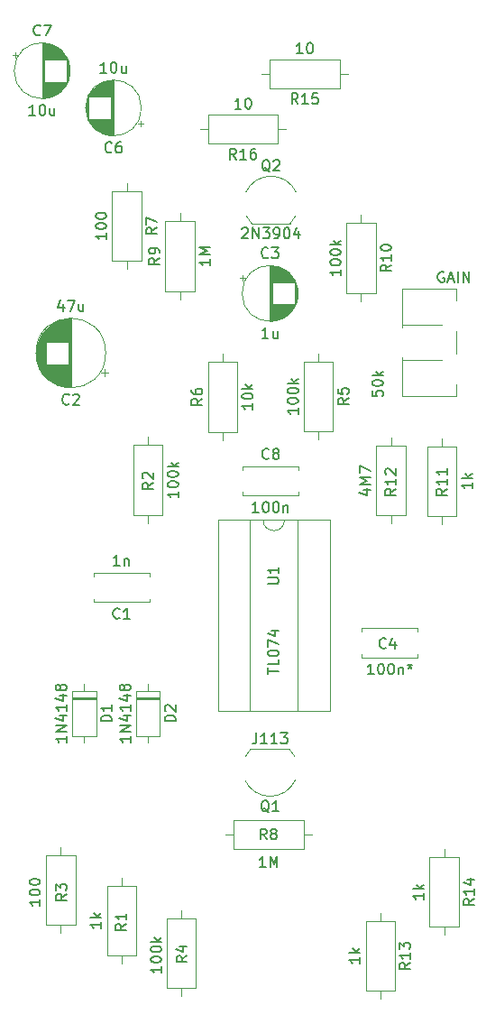
<source format=gbr>
%TF.GenerationSoftware,KiCad,Pcbnew,5.1.9-73d0e3b20d~88~ubuntu20.10.1*%
%TF.CreationDate,2021-03-12T20:59:03+01:00*%
%TF.ProjectId,kosmo-sample-and-hold,6b6f736d-6f2d-4736-916d-706c652d616e,v1.0.0*%
%TF.SameCoordinates,Original*%
%TF.FileFunction,Legend,Top*%
%TF.FilePolarity,Positive*%
%FSLAX46Y46*%
G04 Gerber Fmt 4.6, Leading zero omitted, Abs format (unit mm)*
G04 Created by KiCad (PCBNEW 5.1.9-73d0e3b20d~88~ubuntu20.10.1) date 2021-03-12 20:59:03*
%MOMM*%
%LPD*%
G01*
G04 APERTURE LIST*
%ADD10C,0.120000*%
%ADD11C,0.150000*%
G04 APERTURE END LIST*
D10*
%TO.C,GAIN1*%
X124080000Y-93075000D02*
X124080000Y-92880000D01*
X124080000Y-96120000D02*
X124080000Y-95925000D01*
X129121000Y-95574000D02*
X129121000Y-93425000D01*
X127763000Y-92880000D02*
X124080000Y-92880000D01*
X127763000Y-96120000D02*
X124080000Y-96120000D01*
X129121000Y-95574000D02*
X129121000Y-93425000D01*
X129121000Y-99521000D02*
X129121000Y-98426000D01*
X129121000Y-90575000D02*
X129121000Y-89480000D01*
X124080000Y-93075000D02*
X124080000Y-89480000D01*
X124080000Y-99521000D02*
X124080000Y-95925000D01*
X129121000Y-89480000D02*
X124080000Y-89480000D01*
X129121000Y-99521000D02*
X124080000Y-99521000D01*
%TO.C,R16*%
X105080000Y-74500000D02*
X105850000Y-74500000D01*
X113160000Y-74500000D02*
X112390000Y-74500000D01*
X105850000Y-75870000D02*
X112390000Y-75870000D01*
X105850000Y-73130000D02*
X105850000Y-75870000D01*
X112390000Y-73130000D02*
X105850000Y-73130000D01*
X112390000Y-75870000D02*
X112390000Y-73130000D01*
%TO.C,R15*%
X110880000Y-69300000D02*
X111650000Y-69300000D01*
X118960000Y-69300000D02*
X118190000Y-69300000D01*
X111650000Y-70670000D02*
X118190000Y-70670000D01*
X111650000Y-67930000D02*
X111650000Y-70670000D01*
X118190000Y-67930000D02*
X111650000Y-67930000D01*
X118190000Y-70670000D02*
X118190000Y-67930000D01*
%TO.C,C8*%
X114320000Y-108555000D02*
X114320000Y-108870000D01*
X114320000Y-106130000D02*
X114320000Y-106445000D01*
X109080000Y-108555000D02*
X109080000Y-108870000D01*
X109080000Y-106130000D02*
X109080000Y-106445000D01*
X109080000Y-108870000D02*
X114320000Y-108870000D01*
X109080000Y-106130000D02*
X114320000Y-106130000D01*
%TO.C,C7*%
X87695225Y-67275000D02*
X87695225Y-67775000D01*
X87445225Y-67525000D02*
X87945225Y-67525000D01*
X92851000Y-68716000D02*
X92851000Y-69284000D01*
X92811000Y-68482000D02*
X92811000Y-69518000D01*
X92771000Y-68323000D02*
X92771000Y-69677000D01*
X92731000Y-68195000D02*
X92731000Y-69805000D01*
X92691000Y-68085000D02*
X92691000Y-69915000D01*
X92651000Y-67989000D02*
X92651000Y-70011000D01*
X92611000Y-67902000D02*
X92611000Y-70098000D01*
X92571000Y-67822000D02*
X92571000Y-70178000D01*
X92531000Y-70040000D02*
X92531000Y-70251000D01*
X92531000Y-67749000D02*
X92531000Y-67960000D01*
X92491000Y-70040000D02*
X92491000Y-70319000D01*
X92491000Y-67681000D02*
X92491000Y-67960000D01*
X92451000Y-70040000D02*
X92451000Y-70383000D01*
X92451000Y-67617000D02*
X92451000Y-67960000D01*
X92411000Y-70040000D02*
X92411000Y-70443000D01*
X92411000Y-67557000D02*
X92411000Y-67960000D01*
X92371000Y-70040000D02*
X92371000Y-70500000D01*
X92371000Y-67500000D02*
X92371000Y-67960000D01*
X92331000Y-70040000D02*
X92331000Y-70554000D01*
X92331000Y-67446000D02*
X92331000Y-67960000D01*
X92291000Y-70040000D02*
X92291000Y-70605000D01*
X92291000Y-67395000D02*
X92291000Y-67960000D01*
X92251000Y-70040000D02*
X92251000Y-70653000D01*
X92251000Y-67347000D02*
X92251000Y-67960000D01*
X92211000Y-70040000D02*
X92211000Y-70699000D01*
X92211000Y-67301000D02*
X92211000Y-67960000D01*
X92171000Y-70040000D02*
X92171000Y-70743000D01*
X92171000Y-67257000D02*
X92171000Y-67960000D01*
X92131000Y-70040000D02*
X92131000Y-70785000D01*
X92131000Y-67215000D02*
X92131000Y-67960000D01*
X92091000Y-70040000D02*
X92091000Y-70826000D01*
X92091000Y-67174000D02*
X92091000Y-67960000D01*
X92051000Y-70040000D02*
X92051000Y-70864000D01*
X92051000Y-67136000D02*
X92051000Y-67960000D01*
X92011000Y-70040000D02*
X92011000Y-70901000D01*
X92011000Y-67099000D02*
X92011000Y-67960000D01*
X91971000Y-70040000D02*
X91971000Y-70937000D01*
X91971000Y-67063000D02*
X91971000Y-67960000D01*
X91931000Y-70040000D02*
X91931000Y-70971000D01*
X91931000Y-67029000D02*
X91931000Y-67960000D01*
X91891000Y-70040000D02*
X91891000Y-71004000D01*
X91891000Y-66996000D02*
X91891000Y-67960000D01*
X91851000Y-70040000D02*
X91851000Y-71035000D01*
X91851000Y-66965000D02*
X91851000Y-67960000D01*
X91811000Y-70040000D02*
X91811000Y-71065000D01*
X91811000Y-66935000D02*
X91811000Y-67960000D01*
X91771000Y-70040000D02*
X91771000Y-71095000D01*
X91771000Y-66905000D02*
X91771000Y-67960000D01*
X91731000Y-70040000D02*
X91731000Y-71122000D01*
X91731000Y-66878000D02*
X91731000Y-67960000D01*
X91691000Y-70040000D02*
X91691000Y-71149000D01*
X91691000Y-66851000D02*
X91691000Y-67960000D01*
X91651000Y-70040000D02*
X91651000Y-71175000D01*
X91651000Y-66825000D02*
X91651000Y-67960000D01*
X91611000Y-70040000D02*
X91611000Y-71200000D01*
X91611000Y-66800000D02*
X91611000Y-67960000D01*
X91571000Y-70040000D02*
X91571000Y-71224000D01*
X91571000Y-66776000D02*
X91571000Y-67960000D01*
X91531000Y-70040000D02*
X91531000Y-71247000D01*
X91531000Y-66753000D02*
X91531000Y-67960000D01*
X91491000Y-70040000D02*
X91491000Y-71268000D01*
X91491000Y-66732000D02*
X91491000Y-67960000D01*
X91451000Y-70040000D02*
X91451000Y-71290000D01*
X91451000Y-66710000D02*
X91451000Y-67960000D01*
X91411000Y-70040000D02*
X91411000Y-71310000D01*
X91411000Y-66690000D02*
X91411000Y-67960000D01*
X91371000Y-70040000D02*
X91371000Y-71329000D01*
X91371000Y-66671000D02*
X91371000Y-67960000D01*
X91331000Y-70040000D02*
X91331000Y-71348000D01*
X91331000Y-66652000D02*
X91331000Y-67960000D01*
X91291000Y-70040000D02*
X91291000Y-71365000D01*
X91291000Y-66635000D02*
X91291000Y-67960000D01*
X91251000Y-70040000D02*
X91251000Y-71382000D01*
X91251000Y-66618000D02*
X91251000Y-67960000D01*
X91211000Y-70040000D02*
X91211000Y-71398000D01*
X91211000Y-66602000D02*
X91211000Y-67960000D01*
X91171000Y-70040000D02*
X91171000Y-71414000D01*
X91171000Y-66586000D02*
X91171000Y-67960000D01*
X91131000Y-70040000D02*
X91131000Y-71428000D01*
X91131000Y-66572000D02*
X91131000Y-67960000D01*
X91091000Y-70040000D02*
X91091000Y-71442000D01*
X91091000Y-66558000D02*
X91091000Y-67960000D01*
X91051000Y-70040000D02*
X91051000Y-71455000D01*
X91051000Y-66545000D02*
X91051000Y-67960000D01*
X91011000Y-70040000D02*
X91011000Y-71468000D01*
X91011000Y-66532000D02*
X91011000Y-67960000D01*
X90971000Y-70040000D02*
X90971000Y-71480000D01*
X90971000Y-66520000D02*
X90971000Y-67960000D01*
X90930000Y-70040000D02*
X90930000Y-71491000D01*
X90930000Y-66509000D02*
X90930000Y-67960000D01*
X90890000Y-70040000D02*
X90890000Y-71501000D01*
X90890000Y-66499000D02*
X90890000Y-67960000D01*
X90850000Y-70040000D02*
X90850000Y-71511000D01*
X90850000Y-66489000D02*
X90850000Y-67960000D01*
X90810000Y-70040000D02*
X90810000Y-71520000D01*
X90810000Y-66480000D02*
X90810000Y-67960000D01*
X90770000Y-70040000D02*
X90770000Y-71528000D01*
X90770000Y-66472000D02*
X90770000Y-67960000D01*
X90730000Y-70040000D02*
X90730000Y-71536000D01*
X90730000Y-66464000D02*
X90730000Y-67960000D01*
X90690000Y-70040000D02*
X90690000Y-71543000D01*
X90690000Y-66457000D02*
X90690000Y-67960000D01*
X90650000Y-70040000D02*
X90650000Y-71550000D01*
X90650000Y-66450000D02*
X90650000Y-67960000D01*
X90610000Y-70040000D02*
X90610000Y-71556000D01*
X90610000Y-66444000D02*
X90610000Y-67960000D01*
X90570000Y-70040000D02*
X90570000Y-71561000D01*
X90570000Y-66439000D02*
X90570000Y-67960000D01*
X90530000Y-70040000D02*
X90530000Y-71565000D01*
X90530000Y-66435000D02*
X90530000Y-67960000D01*
X90490000Y-70040000D02*
X90490000Y-71569000D01*
X90490000Y-66431000D02*
X90490000Y-67960000D01*
X90450000Y-66427000D02*
X90450000Y-71573000D01*
X90410000Y-66424000D02*
X90410000Y-71576000D01*
X90370000Y-66422000D02*
X90370000Y-71578000D01*
X90330000Y-66421000D02*
X90330000Y-71579000D01*
X90290000Y-66420000D02*
X90290000Y-71580000D01*
X90250000Y-66420000D02*
X90250000Y-71580000D01*
X92870000Y-69000000D02*
G75*
G03*
X92870000Y-69000000I-2620000J0D01*
G01*
%TO.C,C6*%
X99504775Y-74225000D02*
X99504775Y-73725000D01*
X99754775Y-73975000D02*
X99254775Y-73975000D01*
X94349000Y-72784000D02*
X94349000Y-72216000D01*
X94389000Y-73018000D02*
X94389000Y-71982000D01*
X94429000Y-73177000D02*
X94429000Y-71823000D01*
X94469000Y-73305000D02*
X94469000Y-71695000D01*
X94509000Y-73415000D02*
X94509000Y-71585000D01*
X94549000Y-73511000D02*
X94549000Y-71489000D01*
X94589000Y-73598000D02*
X94589000Y-71402000D01*
X94629000Y-73678000D02*
X94629000Y-71322000D01*
X94669000Y-71460000D02*
X94669000Y-71249000D01*
X94669000Y-73751000D02*
X94669000Y-73540000D01*
X94709000Y-71460000D02*
X94709000Y-71181000D01*
X94709000Y-73819000D02*
X94709000Y-73540000D01*
X94749000Y-71460000D02*
X94749000Y-71117000D01*
X94749000Y-73883000D02*
X94749000Y-73540000D01*
X94789000Y-71460000D02*
X94789000Y-71057000D01*
X94789000Y-73943000D02*
X94789000Y-73540000D01*
X94829000Y-71460000D02*
X94829000Y-71000000D01*
X94829000Y-74000000D02*
X94829000Y-73540000D01*
X94869000Y-71460000D02*
X94869000Y-70946000D01*
X94869000Y-74054000D02*
X94869000Y-73540000D01*
X94909000Y-71460000D02*
X94909000Y-70895000D01*
X94909000Y-74105000D02*
X94909000Y-73540000D01*
X94949000Y-71460000D02*
X94949000Y-70847000D01*
X94949000Y-74153000D02*
X94949000Y-73540000D01*
X94989000Y-71460000D02*
X94989000Y-70801000D01*
X94989000Y-74199000D02*
X94989000Y-73540000D01*
X95029000Y-71460000D02*
X95029000Y-70757000D01*
X95029000Y-74243000D02*
X95029000Y-73540000D01*
X95069000Y-71460000D02*
X95069000Y-70715000D01*
X95069000Y-74285000D02*
X95069000Y-73540000D01*
X95109000Y-71460000D02*
X95109000Y-70674000D01*
X95109000Y-74326000D02*
X95109000Y-73540000D01*
X95149000Y-71460000D02*
X95149000Y-70636000D01*
X95149000Y-74364000D02*
X95149000Y-73540000D01*
X95189000Y-71460000D02*
X95189000Y-70599000D01*
X95189000Y-74401000D02*
X95189000Y-73540000D01*
X95229000Y-71460000D02*
X95229000Y-70563000D01*
X95229000Y-74437000D02*
X95229000Y-73540000D01*
X95269000Y-71460000D02*
X95269000Y-70529000D01*
X95269000Y-74471000D02*
X95269000Y-73540000D01*
X95309000Y-71460000D02*
X95309000Y-70496000D01*
X95309000Y-74504000D02*
X95309000Y-73540000D01*
X95349000Y-71460000D02*
X95349000Y-70465000D01*
X95349000Y-74535000D02*
X95349000Y-73540000D01*
X95389000Y-71460000D02*
X95389000Y-70435000D01*
X95389000Y-74565000D02*
X95389000Y-73540000D01*
X95429000Y-71460000D02*
X95429000Y-70405000D01*
X95429000Y-74595000D02*
X95429000Y-73540000D01*
X95469000Y-71460000D02*
X95469000Y-70378000D01*
X95469000Y-74622000D02*
X95469000Y-73540000D01*
X95509000Y-71460000D02*
X95509000Y-70351000D01*
X95509000Y-74649000D02*
X95509000Y-73540000D01*
X95549000Y-71460000D02*
X95549000Y-70325000D01*
X95549000Y-74675000D02*
X95549000Y-73540000D01*
X95589000Y-71460000D02*
X95589000Y-70300000D01*
X95589000Y-74700000D02*
X95589000Y-73540000D01*
X95629000Y-71460000D02*
X95629000Y-70276000D01*
X95629000Y-74724000D02*
X95629000Y-73540000D01*
X95669000Y-71460000D02*
X95669000Y-70253000D01*
X95669000Y-74747000D02*
X95669000Y-73540000D01*
X95709000Y-71460000D02*
X95709000Y-70232000D01*
X95709000Y-74768000D02*
X95709000Y-73540000D01*
X95749000Y-71460000D02*
X95749000Y-70210000D01*
X95749000Y-74790000D02*
X95749000Y-73540000D01*
X95789000Y-71460000D02*
X95789000Y-70190000D01*
X95789000Y-74810000D02*
X95789000Y-73540000D01*
X95829000Y-71460000D02*
X95829000Y-70171000D01*
X95829000Y-74829000D02*
X95829000Y-73540000D01*
X95869000Y-71460000D02*
X95869000Y-70152000D01*
X95869000Y-74848000D02*
X95869000Y-73540000D01*
X95909000Y-71460000D02*
X95909000Y-70135000D01*
X95909000Y-74865000D02*
X95909000Y-73540000D01*
X95949000Y-71460000D02*
X95949000Y-70118000D01*
X95949000Y-74882000D02*
X95949000Y-73540000D01*
X95989000Y-71460000D02*
X95989000Y-70102000D01*
X95989000Y-74898000D02*
X95989000Y-73540000D01*
X96029000Y-71460000D02*
X96029000Y-70086000D01*
X96029000Y-74914000D02*
X96029000Y-73540000D01*
X96069000Y-71460000D02*
X96069000Y-70072000D01*
X96069000Y-74928000D02*
X96069000Y-73540000D01*
X96109000Y-71460000D02*
X96109000Y-70058000D01*
X96109000Y-74942000D02*
X96109000Y-73540000D01*
X96149000Y-71460000D02*
X96149000Y-70045000D01*
X96149000Y-74955000D02*
X96149000Y-73540000D01*
X96189000Y-71460000D02*
X96189000Y-70032000D01*
X96189000Y-74968000D02*
X96189000Y-73540000D01*
X96229000Y-71460000D02*
X96229000Y-70020000D01*
X96229000Y-74980000D02*
X96229000Y-73540000D01*
X96270000Y-71460000D02*
X96270000Y-70009000D01*
X96270000Y-74991000D02*
X96270000Y-73540000D01*
X96310000Y-71460000D02*
X96310000Y-69999000D01*
X96310000Y-75001000D02*
X96310000Y-73540000D01*
X96350000Y-71460000D02*
X96350000Y-69989000D01*
X96350000Y-75011000D02*
X96350000Y-73540000D01*
X96390000Y-71460000D02*
X96390000Y-69980000D01*
X96390000Y-75020000D02*
X96390000Y-73540000D01*
X96430000Y-71460000D02*
X96430000Y-69972000D01*
X96430000Y-75028000D02*
X96430000Y-73540000D01*
X96470000Y-71460000D02*
X96470000Y-69964000D01*
X96470000Y-75036000D02*
X96470000Y-73540000D01*
X96510000Y-71460000D02*
X96510000Y-69957000D01*
X96510000Y-75043000D02*
X96510000Y-73540000D01*
X96550000Y-71460000D02*
X96550000Y-69950000D01*
X96550000Y-75050000D02*
X96550000Y-73540000D01*
X96590000Y-71460000D02*
X96590000Y-69944000D01*
X96590000Y-75056000D02*
X96590000Y-73540000D01*
X96630000Y-71460000D02*
X96630000Y-69939000D01*
X96630000Y-75061000D02*
X96630000Y-73540000D01*
X96670000Y-71460000D02*
X96670000Y-69935000D01*
X96670000Y-75065000D02*
X96670000Y-73540000D01*
X96710000Y-71460000D02*
X96710000Y-69931000D01*
X96710000Y-75069000D02*
X96710000Y-73540000D01*
X96750000Y-75073000D02*
X96750000Y-69927000D01*
X96790000Y-75076000D02*
X96790000Y-69924000D01*
X96830000Y-75078000D02*
X96830000Y-69922000D01*
X96870000Y-75079000D02*
X96870000Y-69921000D01*
X96910000Y-75080000D02*
X96910000Y-69920000D01*
X96950000Y-75080000D02*
X96950000Y-69920000D01*
X99570000Y-72500000D02*
G75*
G03*
X99570000Y-72500000I-2620000J0D01*
G01*
%TO.C,U1*%
X117260000Y-111110000D02*
X106760000Y-111110000D01*
X117260000Y-129130000D02*
X117260000Y-111110000D01*
X106760000Y-129130000D02*
X117260000Y-129130000D01*
X106760000Y-111110000D02*
X106760000Y-129130000D01*
X114260000Y-111170000D02*
X113010000Y-111170000D01*
X114260000Y-129070000D02*
X114260000Y-111170000D01*
X109760000Y-129070000D02*
X114260000Y-129070000D01*
X109760000Y-111170000D02*
X109760000Y-129070000D01*
X111010000Y-111170000D02*
X109760000Y-111170000D01*
X113010000Y-111170000D02*
G75*
G02*
X111010000Y-111170000I-1000000J0D01*
G01*
%TO.C,R14*%
X128000000Y-150120000D02*
X128000000Y-149350000D01*
X128000000Y-142040000D02*
X128000000Y-142810000D01*
X129370000Y-149350000D02*
X129370000Y-142810000D01*
X126630000Y-149350000D02*
X129370000Y-149350000D01*
X126630000Y-142810000D02*
X126630000Y-149350000D01*
X129370000Y-142810000D02*
X126630000Y-142810000D01*
%TO.C,R13*%
X122000000Y-156120000D02*
X122000000Y-155350000D01*
X122000000Y-148040000D02*
X122000000Y-148810000D01*
X123370000Y-155350000D02*
X123370000Y-148810000D01*
X120630000Y-155350000D02*
X123370000Y-155350000D01*
X120630000Y-148810000D02*
X120630000Y-155350000D01*
X123370000Y-148810000D02*
X120630000Y-148810000D01*
%TO.C,R12*%
X123000000Y-111520000D02*
X123000000Y-110750000D01*
X123000000Y-103440000D02*
X123000000Y-104210000D01*
X124370000Y-110750000D02*
X124370000Y-104210000D01*
X121630000Y-110750000D02*
X124370000Y-110750000D01*
X121630000Y-104210000D02*
X121630000Y-110750000D01*
X124370000Y-104210000D02*
X121630000Y-104210000D01*
%TO.C,R11*%
X127800000Y-103480000D02*
X127800000Y-104250000D01*
X127800000Y-111560000D02*
X127800000Y-110790000D01*
X126430000Y-104250000D02*
X126430000Y-110790000D01*
X129170000Y-104250000D02*
X126430000Y-104250000D01*
X129170000Y-110790000D02*
X129170000Y-104250000D01*
X126430000Y-110790000D02*
X129170000Y-110790000D01*
%TO.C,R10*%
X120200000Y-90620000D02*
X120200000Y-89850000D01*
X120200000Y-82540000D02*
X120200000Y-83310000D01*
X121570000Y-89850000D02*
X121570000Y-83310000D01*
X118830000Y-89850000D02*
X121570000Y-89850000D01*
X118830000Y-83310000D02*
X118830000Y-89850000D01*
X121570000Y-83310000D02*
X118830000Y-83310000D01*
%TO.C,R9*%
X103200000Y-82380000D02*
X103200000Y-83150000D01*
X103200000Y-90460000D02*
X103200000Y-89690000D01*
X101830000Y-83150000D02*
X101830000Y-89690000D01*
X104570000Y-83150000D02*
X101830000Y-83150000D01*
X104570000Y-89690000D02*
X104570000Y-83150000D01*
X101830000Y-89690000D02*
X104570000Y-89690000D01*
%TO.C,R8*%
X107480000Y-140700000D02*
X108250000Y-140700000D01*
X115560000Y-140700000D02*
X114790000Y-140700000D01*
X108250000Y-142070000D02*
X114790000Y-142070000D01*
X108250000Y-139330000D02*
X108250000Y-142070000D01*
X114790000Y-139330000D02*
X108250000Y-139330000D01*
X114790000Y-142070000D02*
X114790000Y-139330000D01*
%TO.C,R7*%
X98200000Y-87620000D02*
X98200000Y-86850000D01*
X98200000Y-79540000D02*
X98200000Y-80310000D01*
X99570000Y-86850000D02*
X99570000Y-80310000D01*
X96830000Y-86850000D02*
X99570000Y-86850000D01*
X96830000Y-80310000D02*
X96830000Y-86850000D01*
X99570000Y-80310000D02*
X96830000Y-80310000D01*
%TO.C,R6*%
X107200000Y-95580000D02*
X107200000Y-96350000D01*
X107200000Y-103660000D02*
X107200000Y-102890000D01*
X105830000Y-96350000D02*
X105830000Y-102890000D01*
X108570000Y-96350000D02*
X105830000Y-96350000D01*
X108570000Y-102890000D02*
X108570000Y-96350000D01*
X105830000Y-102890000D02*
X108570000Y-102890000D01*
%TO.C,R5*%
X116200000Y-103620000D02*
X116200000Y-102850000D01*
X116200000Y-95540000D02*
X116200000Y-96310000D01*
X117570000Y-102850000D02*
X117570000Y-96310000D01*
X114830000Y-102850000D02*
X117570000Y-102850000D01*
X114830000Y-96310000D02*
X114830000Y-102850000D01*
X117570000Y-96310000D02*
X114830000Y-96310000D01*
%TO.C,R4*%
X103300000Y-147780000D02*
X103300000Y-148550000D01*
X103300000Y-155860000D02*
X103300000Y-155090000D01*
X101930000Y-148550000D02*
X101930000Y-155090000D01*
X104670000Y-148550000D02*
X101930000Y-148550000D01*
X104670000Y-155090000D02*
X104670000Y-148550000D01*
X101930000Y-155090000D02*
X104670000Y-155090000D01*
%TO.C,R3*%
X92000000Y-141880000D02*
X92000000Y-142650000D01*
X92000000Y-149960000D02*
X92000000Y-149190000D01*
X90630000Y-142650000D02*
X90630000Y-149190000D01*
X93370000Y-142650000D02*
X90630000Y-142650000D01*
X93370000Y-149190000D02*
X93370000Y-142650000D01*
X90630000Y-149190000D02*
X93370000Y-149190000D01*
%TO.C,R2*%
X100200000Y-103380000D02*
X100200000Y-104150000D01*
X100200000Y-111460000D02*
X100200000Y-110690000D01*
X98830000Y-104150000D02*
X98830000Y-110690000D01*
X101570000Y-104150000D02*
X98830000Y-104150000D01*
X101570000Y-110690000D02*
X101570000Y-104150000D01*
X98830000Y-110690000D02*
X101570000Y-110690000D01*
%TO.C,R1*%
X97700000Y-152820000D02*
X97700000Y-152050000D01*
X97700000Y-144740000D02*
X97700000Y-145510000D01*
X99070000Y-152050000D02*
X99070000Y-145510000D01*
X96330000Y-152050000D02*
X99070000Y-152050000D01*
X96330000Y-145510000D02*
X96330000Y-152050000D01*
X99070000Y-145510000D02*
X96330000Y-145510000D01*
%TO.C,Q2*%
X109940000Y-83350000D02*
X113540000Y-83350000D01*
X114064184Y-82622795D02*
G75*
G02*
X113540000Y-83350000I-2324184J1122795D01*
G01*
X114096400Y-80401193D02*
G75*
G03*
X111740000Y-78900000I-2356400J-1098807D01*
G01*
X109383600Y-80401193D02*
G75*
G02*
X111740000Y-78900000I2356400J-1098807D01*
G01*
X109415816Y-82622795D02*
G75*
G03*
X109940000Y-83350000I2324184J1122795D01*
G01*
%TO.C,Q1*%
X113460000Y-132650000D02*
X109860000Y-132650000D01*
X109335816Y-133377205D02*
G75*
G02*
X109860000Y-132650000I2324184J-1122795D01*
G01*
X109303600Y-135598807D02*
G75*
G03*
X111660000Y-137100000I2356400J1098807D01*
G01*
X114016400Y-135598807D02*
G75*
G02*
X111660000Y-137100000I-2356400J1098807D01*
G01*
X113984184Y-133377205D02*
G75*
G03*
X113460000Y-132650000I-2324184J-1122795D01*
G01*
%TO.C,D2*%
X101320000Y-127790000D02*
X99080000Y-127790000D01*
X101320000Y-128030000D02*
X99080000Y-128030000D01*
X101320000Y-127910000D02*
X99080000Y-127910000D01*
X100200000Y-132080000D02*
X100200000Y-131430000D01*
X100200000Y-126540000D02*
X100200000Y-127190000D01*
X101320000Y-131430000D02*
X101320000Y-127190000D01*
X99080000Y-131430000D02*
X101320000Y-131430000D01*
X99080000Y-127190000D02*
X99080000Y-131430000D01*
X101320000Y-127190000D02*
X99080000Y-127190000D01*
%TO.C,D1*%
X95320000Y-127790000D02*
X93080000Y-127790000D01*
X95320000Y-128030000D02*
X93080000Y-128030000D01*
X95320000Y-127910000D02*
X93080000Y-127910000D01*
X94200000Y-132080000D02*
X94200000Y-131430000D01*
X94200000Y-126540000D02*
X94200000Y-127190000D01*
X95320000Y-131430000D02*
X95320000Y-127190000D01*
X93080000Y-131430000D02*
X95320000Y-131430000D01*
X93080000Y-127190000D02*
X93080000Y-131430000D01*
X95320000Y-127190000D02*
X93080000Y-127190000D01*
%TO.C,C4*%
X125520000Y-123755000D02*
X125520000Y-124070000D01*
X125520000Y-121330000D02*
X125520000Y-121645000D01*
X120280000Y-123755000D02*
X120280000Y-124070000D01*
X120280000Y-121330000D02*
X120280000Y-121645000D01*
X120280000Y-124070000D02*
X125520000Y-124070000D01*
X120280000Y-121330000D02*
X125520000Y-121330000D01*
%TO.C,C3*%
X109095225Y-88175000D02*
X109095225Y-88675000D01*
X108845225Y-88425000D02*
X109345225Y-88425000D01*
X114251000Y-89616000D02*
X114251000Y-90184000D01*
X114211000Y-89382000D02*
X114211000Y-90418000D01*
X114171000Y-89223000D02*
X114171000Y-90577000D01*
X114131000Y-89095000D02*
X114131000Y-90705000D01*
X114091000Y-88985000D02*
X114091000Y-90815000D01*
X114051000Y-88889000D02*
X114051000Y-90911000D01*
X114011000Y-88802000D02*
X114011000Y-90998000D01*
X113971000Y-88722000D02*
X113971000Y-91078000D01*
X113931000Y-90940000D02*
X113931000Y-91151000D01*
X113931000Y-88649000D02*
X113931000Y-88860000D01*
X113891000Y-90940000D02*
X113891000Y-91219000D01*
X113891000Y-88581000D02*
X113891000Y-88860000D01*
X113851000Y-90940000D02*
X113851000Y-91283000D01*
X113851000Y-88517000D02*
X113851000Y-88860000D01*
X113811000Y-90940000D02*
X113811000Y-91343000D01*
X113811000Y-88457000D02*
X113811000Y-88860000D01*
X113771000Y-90940000D02*
X113771000Y-91400000D01*
X113771000Y-88400000D02*
X113771000Y-88860000D01*
X113731000Y-90940000D02*
X113731000Y-91454000D01*
X113731000Y-88346000D02*
X113731000Y-88860000D01*
X113691000Y-90940000D02*
X113691000Y-91505000D01*
X113691000Y-88295000D02*
X113691000Y-88860000D01*
X113651000Y-90940000D02*
X113651000Y-91553000D01*
X113651000Y-88247000D02*
X113651000Y-88860000D01*
X113611000Y-90940000D02*
X113611000Y-91599000D01*
X113611000Y-88201000D02*
X113611000Y-88860000D01*
X113571000Y-90940000D02*
X113571000Y-91643000D01*
X113571000Y-88157000D02*
X113571000Y-88860000D01*
X113531000Y-90940000D02*
X113531000Y-91685000D01*
X113531000Y-88115000D02*
X113531000Y-88860000D01*
X113491000Y-90940000D02*
X113491000Y-91726000D01*
X113491000Y-88074000D02*
X113491000Y-88860000D01*
X113451000Y-90940000D02*
X113451000Y-91764000D01*
X113451000Y-88036000D02*
X113451000Y-88860000D01*
X113411000Y-90940000D02*
X113411000Y-91801000D01*
X113411000Y-87999000D02*
X113411000Y-88860000D01*
X113371000Y-90940000D02*
X113371000Y-91837000D01*
X113371000Y-87963000D02*
X113371000Y-88860000D01*
X113331000Y-90940000D02*
X113331000Y-91871000D01*
X113331000Y-87929000D02*
X113331000Y-88860000D01*
X113291000Y-90940000D02*
X113291000Y-91904000D01*
X113291000Y-87896000D02*
X113291000Y-88860000D01*
X113251000Y-90940000D02*
X113251000Y-91935000D01*
X113251000Y-87865000D02*
X113251000Y-88860000D01*
X113211000Y-90940000D02*
X113211000Y-91965000D01*
X113211000Y-87835000D02*
X113211000Y-88860000D01*
X113171000Y-90940000D02*
X113171000Y-91995000D01*
X113171000Y-87805000D02*
X113171000Y-88860000D01*
X113131000Y-90940000D02*
X113131000Y-92022000D01*
X113131000Y-87778000D02*
X113131000Y-88860000D01*
X113091000Y-90940000D02*
X113091000Y-92049000D01*
X113091000Y-87751000D02*
X113091000Y-88860000D01*
X113051000Y-90940000D02*
X113051000Y-92075000D01*
X113051000Y-87725000D02*
X113051000Y-88860000D01*
X113011000Y-90940000D02*
X113011000Y-92100000D01*
X113011000Y-87700000D02*
X113011000Y-88860000D01*
X112971000Y-90940000D02*
X112971000Y-92124000D01*
X112971000Y-87676000D02*
X112971000Y-88860000D01*
X112931000Y-90940000D02*
X112931000Y-92147000D01*
X112931000Y-87653000D02*
X112931000Y-88860000D01*
X112891000Y-90940000D02*
X112891000Y-92168000D01*
X112891000Y-87632000D02*
X112891000Y-88860000D01*
X112851000Y-90940000D02*
X112851000Y-92190000D01*
X112851000Y-87610000D02*
X112851000Y-88860000D01*
X112811000Y-90940000D02*
X112811000Y-92210000D01*
X112811000Y-87590000D02*
X112811000Y-88860000D01*
X112771000Y-90940000D02*
X112771000Y-92229000D01*
X112771000Y-87571000D02*
X112771000Y-88860000D01*
X112731000Y-90940000D02*
X112731000Y-92248000D01*
X112731000Y-87552000D02*
X112731000Y-88860000D01*
X112691000Y-90940000D02*
X112691000Y-92265000D01*
X112691000Y-87535000D02*
X112691000Y-88860000D01*
X112651000Y-90940000D02*
X112651000Y-92282000D01*
X112651000Y-87518000D02*
X112651000Y-88860000D01*
X112611000Y-90940000D02*
X112611000Y-92298000D01*
X112611000Y-87502000D02*
X112611000Y-88860000D01*
X112571000Y-90940000D02*
X112571000Y-92314000D01*
X112571000Y-87486000D02*
X112571000Y-88860000D01*
X112531000Y-90940000D02*
X112531000Y-92328000D01*
X112531000Y-87472000D02*
X112531000Y-88860000D01*
X112491000Y-90940000D02*
X112491000Y-92342000D01*
X112491000Y-87458000D02*
X112491000Y-88860000D01*
X112451000Y-90940000D02*
X112451000Y-92355000D01*
X112451000Y-87445000D02*
X112451000Y-88860000D01*
X112411000Y-90940000D02*
X112411000Y-92368000D01*
X112411000Y-87432000D02*
X112411000Y-88860000D01*
X112371000Y-90940000D02*
X112371000Y-92380000D01*
X112371000Y-87420000D02*
X112371000Y-88860000D01*
X112330000Y-90940000D02*
X112330000Y-92391000D01*
X112330000Y-87409000D02*
X112330000Y-88860000D01*
X112290000Y-90940000D02*
X112290000Y-92401000D01*
X112290000Y-87399000D02*
X112290000Y-88860000D01*
X112250000Y-90940000D02*
X112250000Y-92411000D01*
X112250000Y-87389000D02*
X112250000Y-88860000D01*
X112210000Y-90940000D02*
X112210000Y-92420000D01*
X112210000Y-87380000D02*
X112210000Y-88860000D01*
X112170000Y-90940000D02*
X112170000Y-92428000D01*
X112170000Y-87372000D02*
X112170000Y-88860000D01*
X112130000Y-90940000D02*
X112130000Y-92436000D01*
X112130000Y-87364000D02*
X112130000Y-88860000D01*
X112090000Y-90940000D02*
X112090000Y-92443000D01*
X112090000Y-87357000D02*
X112090000Y-88860000D01*
X112050000Y-90940000D02*
X112050000Y-92450000D01*
X112050000Y-87350000D02*
X112050000Y-88860000D01*
X112010000Y-90940000D02*
X112010000Y-92456000D01*
X112010000Y-87344000D02*
X112010000Y-88860000D01*
X111970000Y-90940000D02*
X111970000Y-92461000D01*
X111970000Y-87339000D02*
X111970000Y-88860000D01*
X111930000Y-90940000D02*
X111930000Y-92465000D01*
X111930000Y-87335000D02*
X111930000Y-88860000D01*
X111890000Y-90940000D02*
X111890000Y-92469000D01*
X111890000Y-87331000D02*
X111890000Y-88860000D01*
X111850000Y-87327000D02*
X111850000Y-92473000D01*
X111810000Y-87324000D02*
X111810000Y-92476000D01*
X111770000Y-87322000D02*
X111770000Y-92478000D01*
X111730000Y-87321000D02*
X111730000Y-92479000D01*
X111690000Y-87320000D02*
X111690000Y-92480000D01*
X111650000Y-87320000D02*
X111650000Y-92480000D01*
X114270000Y-89900000D02*
G75*
G03*
X114270000Y-89900000I-2620000J0D01*
G01*
%TO.C,C2*%
X96135241Y-97654000D02*
X96135241Y-97024000D01*
X96450241Y-97339000D02*
X95820241Y-97339000D01*
X89709000Y-95902000D02*
X89709000Y-95098000D01*
X89749000Y-96133000D02*
X89749000Y-94867000D01*
X89789000Y-96302000D02*
X89789000Y-94698000D01*
X89829000Y-96440000D02*
X89829000Y-94560000D01*
X89869000Y-96559000D02*
X89869000Y-94441000D01*
X89909000Y-96665000D02*
X89909000Y-94335000D01*
X89949000Y-96762000D02*
X89949000Y-94238000D01*
X89989000Y-96850000D02*
X89989000Y-94150000D01*
X90029000Y-96932000D02*
X90029000Y-94068000D01*
X90069000Y-97009000D02*
X90069000Y-93991000D01*
X90109000Y-97081000D02*
X90109000Y-93919000D01*
X90149000Y-97150000D02*
X90149000Y-93850000D01*
X90189000Y-97214000D02*
X90189000Y-93786000D01*
X90229000Y-97276000D02*
X90229000Y-93724000D01*
X90269000Y-97334000D02*
X90269000Y-93666000D01*
X90309000Y-97390000D02*
X90309000Y-93610000D01*
X90349000Y-97444000D02*
X90349000Y-93556000D01*
X90389000Y-97495000D02*
X90389000Y-93505000D01*
X90429000Y-97544000D02*
X90429000Y-93456000D01*
X90469000Y-97592000D02*
X90469000Y-93408000D01*
X90509000Y-97637000D02*
X90509000Y-93363000D01*
X90549000Y-97682000D02*
X90549000Y-93318000D01*
X90589000Y-97724000D02*
X90589000Y-93276000D01*
X90629000Y-97765000D02*
X90629000Y-93235000D01*
X90669000Y-94460000D02*
X90669000Y-93195000D01*
X90669000Y-97805000D02*
X90669000Y-96540000D01*
X90709000Y-94460000D02*
X90709000Y-93157000D01*
X90709000Y-97843000D02*
X90709000Y-96540000D01*
X90749000Y-94460000D02*
X90749000Y-93120000D01*
X90749000Y-97880000D02*
X90749000Y-96540000D01*
X90789000Y-94460000D02*
X90789000Y-93084000D01*
X90789000Y-97916000D02*
X90789000Y-96540000D01*
X90829000Y-94460000D02*
X90829000Y-93050000D01*
X90829000Y-97950000D02*
X90829000Y-96540000D01*
X90869000Y-94460000D02*
X90869000Y-93016000D01*
X90869000Y-97984000D02*
X90869000Y-96540000D01*
X90909000Y-94460000D02*
X90909000Y-92984000D01*
X90909000Y-98016000D02*
X90909000Y-96540000D01*
X90949000Y-94460000D02*
X90949000Y-92952000D01*
X90949000Y-98048000D02*
X90949000Y-96540000D01*
X90989000Y-94460000D02*
X90989000Y-92922000D01*
X90989000Y-98078000D02*
X90989000Y-96540000D01*
X91029000Y-94460000D02*
X91029000Y-92893000D01*
X91029000Y-98107000D02*
X91029000Y-96540000D01*
X91069000Y-94460000D02*
X91069000Y-92864000D01*
X91069000Y-98136000D02*
X91069000Y-96540000D01*
X91109000Y-94460000D02*
X91109000Y-92836000D01*
X91109000Y-98164000D02*
X91109000Y-96540000D01*
X91149000Y-94460000D02*
X91149000Y-92810000D01*
X91149000Y-98190000D02*
X91149000Y-96540000D01*
X91189000Y-94460000D02*
X91189000Y-92784000D01*
X91189000Y-98216000D02*
X91189000Y-96540000D01*
X91229000Y-94460000D02*
X91229000Y-92758000D01*
X91229000Y-98242000D02*
X91229000Y-96540000D01*
X91269000Y-94460000D02*
X91269000Y-92734000D01*
X91269000Y-98266000D02*
X91269000Y-96540000D01*
X91309000Y-94460000D02*
X91309000Y-92710000D01*
X91309000Y-98290000D02*
X91309000Y-96540000D01*
X91349000Y-94460000D02*
X91349000Y-92688000D01*
X91349000Y-98312000D02*
X91349000Y-96540000D01*
X91389000Y-94460000D02*
X91389000Y-92666000D01*
X91389000Y-98334000D02*
X91389000Y-96540000D01*
X91429000Y-94460000D02*
X91429000Y-92644000D01*
X91429000Y-98356000D02*
X91429000Y-96540000D01*
X91469000Y-94460000D02*
X91469000Y-92624000D01*
X91469000Y-98376000D02*
X91469000Y-96540000D01*
X91509000Y-94460000D02*
X91509000Y-92604000D01*
X91509000Y-98396000D02*
X91509000Y-96540000D01*
X91549000Y-94460000D02*
X91549000Y-92584000D01*
X91549000Y-98416000D02*
X91549000Y-96540000D01*
X91589000Y-94460000D02*
X91589000Y-92566000D01*
X91589000Y-98434000D02*
X91589000Y-96540000D01*
X91629000Y-94460000D02*
X91629000Y-92548000D01*
X91629000Y-98452000D02*
X91629000Y-96540000D01*
X91669000Y-94460000D02*
X91669000Y-92530000D01*
X91669000Y-98470000D02*
X91669000Y-96540000D01*
X91709000Y-94460000D02*
X91709000Y-92514000D01*
X91709000Y-98486000D02*
X91709000Y-96540000D01*
X91749000Y-94460000D02*
X91749000Y-92498000D01*
X91749000Y-98502000D02*
X91749000Y-96540000D01*
X91789000Y-94460000D02*
X91789000Y-92482000D01*
X91789000Y-98518000D02*
X91789000Y-96540000D01*
X91829000Y-94460000D02*
X91829000Y-92467000D01*
X91829000Y-98533000D02*
X91829000Y-96540000D01*
X91869000Y-94460000D02*
X91869000Y-92453000D01*
X91869000Y-98547000D02*
X91869000Y-96540000D01*
X91909000Y-94460000D02*
X91909000Y-92439000D01*
X91909000Y-98561000D02*
X91909000Y-96540000D01*
X91949000Y-94460000D02*
X91949000Y-92426000D01*
X91949000Y-98574000D02*
X91949000Y-96540000D01*
X91989000Y-94460000D02*
X91989000Y-92414000D01*
X91989000Y-98586000D02*
X91989000Y-96540000D01*
X92029000Y-94460000D02*
X92029000Y-92402000D01*
X92029000Y-98598000D02*
X92029000Y-96540000D01*
X92069000Y-94460000D02*
X92069000Y-92390000D01*
X92069000Y-98610000D02*
X92069000Y-96540000D01*
X92109000Y-94460000D02*
X92109000Y-92379000D01*
X92109000Y-98621000D02*
X92109000Y-96540000D01*
X92149000Y-94460000D02*
X92149000Y-92369000D01*
X92149000Y-98631000D02*
X92149000Y-96540000D01*
X92189000Y-94460000D02*
X92189000Y-92359000D01*
X92189000Y-98641000D02*
X92189000Y-96540000D01*
X92229000Y-94460000D02*
X92229000Y-92350000D01*
X92229000Y-98650000D02*
X92229000Y-96540000D01*
X92270000Y-94460000D02*
X92270000Y-92341000D01*
X92270000Y-98659000D02*
X92270000Y-96540000D01*
X92310000Y-94460000D02*
X92310000Y-92333000D01*
X92310000Y-98667000D02*
X92310000Y-96540000D01*
X92350000Y-94460000D02*
X92350000Y-92325000D01*
X92350000Y-98675000D02*
X92350000Y-96540000D01*
X92390000Y-94460000D02*
X92390000Y-92318000D01*
X92390000Y-98682000D02*
X92390000Y-96540000D01*
X92430000Y-94460000D02*
X92430000Y-92311000D01*
X92430000Y-98689000D02*
X92430000Y-96540000D01*
X92470000Y-94460000D02*
X92470000Y-92305000D01*
X92470000Y-98695000D02*
X92470000Y-96540000D01*
X92510000Y-94460000D02*
X92510000Y-92299000D01*
X92510000Y-98701000D02*
X92510000Y-96540000D01*
X92550000Y-94460000D02*
X92550000Y-92294000D01*
X92550000Y-98706000D02*
X92550000Y-96540000D01*
X92590000Y-94460000D02*
X92590000Y-92289000D01*
X92590000Y-98711000D02*
X92590000Y-96540000D01*
X92630000Y-94460000D02*
X92630000Y-92285000D01*
X92630000Y-98715000D02*
X92630000Y-96540000D01*
X92670000Y-94460000D02*
X92670000Y-92282000D01*
X92670000Y-98718000D02*
X92670000Y-96540000D01*
X92710000Y-94460000D02*
X92710000Y-92278000D01*
X92710000Y-98722000D02*
X92710000Y-96540000D01*
X92750000Y-98724000D02*
X92750000Y-92276000D01*
X92790000Y-98727000D02*
X92790000Y-92273000D01*
X92830000Y-98728000D02*
X92830000Y-92272000D01*
X92870000Y-98730000D02*
X92870000Y-92270000D01*
X92910000Y-98730000D02*
X92910000Y-92270000D01*
X92950000Y-98730000D02*
X92950000Y-92270000D01*
X96220000Y-95500000D02*
G75*
G03*
X96220000Y-95500000I-3270000J0D01*
G01*
%TO.C,C1*%
X95080000Y-116445000D02*
X95080000Y-116130000D01*
X95080000Y-118870000D02*
X95080000Y-118555000D01*
X100320000Y-116445000D02*
X100320000Y-116130000D01*
X100320000Y-118870000D02*
X100320000Y-118555000D01*
X100320000Y-116130000D02*
X95080000Y-116130000D01*
X100320000Y-118870000D02*
X95080000Y-118870000D01*
%TO.C,GAIN1*%
D11*
X121252380Y-99042857D02*
X121252380Y-99519047D01*
X121728571Y-99566666D01*
X121680952Y-99519047D01*
X121633333Y-99423809D01*
X121633333Y-99185714D01*
X121680952Y-99090476D01*
X121728571Y-99042857D01*
X121823809Y-98995238D01*
X122061904Y-98995238D01*
X122157142Y-99042857D01*
X122204761Y-99090476D01*
X122252380Y-99185714D01*
X122252380Y-99423809D01*
X122204761Y-99519047D01*
X122157142Y-99566666D01*
X121252380Y-98376190D02*
X121252380Y-98280952D01*
X121300000Y-98185714D01*
X121347619Y-98138095D01*
X121442857Y-98090476D01*
X121633333Y-98042857D01*
X121871428Y-98042857D01*
X122061904Y-98090476D01*
X122157142Y-98138095D01*
X122204761Y-98185714D01*
X122252380Y-98280952D01*
X122252380Y-98376190D01*
X122204761Y-98471428D01*
X122157142Y-98519047D01*
X122061904Y-98566666D01*
X121871428Y-98614285D01*
X121633333Y-98614285D01*
X121442857Y-98566666D01*
X121347619Y-98519047D01*
X121300000Y-98471428D01*
X121252380Y-98376190D01*
X122252380Y-97614285D02*
X121252380Y-97614285D01*
X121871428Y-97519047D02*
X122252380Y-97233333D01*
X121585714Y-97233333D02*
X121966666Y-97614285D01*
X127971428Y-87900000D02*
X127876190Y-87852380D01*
X127733333Y-87852380D01*
X127590476Y-87900000D01*
X127495238Y-87995238D01*
X127447619Y-88090476D01*
X127400000Y-88280952D01*
X127400000Y-88423809D01*
X127447619Y-88614285D01*
X127495238Y-88709523D01*
X127590476Y-88804761D01*
X127733333Y-88852380D01*
X127828571Y-88852380D01*
X127971428Y-88804761D01*
X128019047Y-88757142D01*
X128019047Y-88423809D01*
X127828571Y-88423809D01*
X128400000Y-88566666D02*
X128876190Y-88566666D01*
X128304761Y-88852380D02*
X128638095Y-87852380D01*
X128971428Y-88852380D01*
X129304761Y-88852380D02*
X129304761Y-87852380D01*
X129780952Y-88852380D02*
X129780952Y-87852380D01*
X130352380Y-88852380D01*
X130352380Y-87852380D01*
%TO.C,R16*%
X108477142Y-77322380D02*
X108143809Y-76846190D01*
X107905714Y-77322380D02*
X107905714Y-76322380D01*
X108286666Y-76322380D01*
X108381904Y-76370000D01*
X108429523Y-76417619D01*
X108477142Y-76512857D01*
X108477142Y-76655714D01*
X108429523Y-76750952D01*
X108381904Y-76798571D01*
X108286666Y-76846190D01*
X107905714Y-76846190D01*
X109429523Y-77322380D02*
X108858095Y-77322380D01*
X109143809Y-77322380D02*
X109143809Y-76322380D01*
X109048571Y-76465238D01*
X108953333Y-76560476D01*
X108858095Y-76608095D01*
X110286666Y-76322380D02*
X110096190Y-76322380D01*
X110000952Y-76370000D01*
X109953333Y-76417619D01*
X109858095Y-76560476D01*
X109810476Y-76750952D01*
X109810476Y-77131904D01*
X109858095Y-77227142D01*
X109905714Y-77274761D01*
X110000952Y-77322380D01*
X110191428Y-77322380D01*
X110286666Y-77274761D01*
X110334285Y-77227142D01*
X110381904Y-77131904D01*
X110381904Y-76893809D01*
X110334285Y-76798571D01*
X110286666Y-76750952D01*
X110191428Y-76703333D01*
X110000952Y-76703333D01*
X109905714Y-76750952D01*
X109858095Y-76798571D01*
X109810476Y-76893809D01*
X108929523Y-72582380D02*
X108358095Y-72582380D01*
X108643809Y-72582380D02*
X108643809Y-71582380D01*
X108548571Y-71725238D01*
X108453333Y-71820476D01*
X108358095Y-71868095D01*
X109548571Y-71582380D02*
X109643809Y-71582380D01*
X109739047Y-71630000D01*
X109786666Y-71677619D01*
X109834285Y-71772857D01*
X109881904Y-71963333D01*
X109881904Y-72201428D01*
X109834285Y-72391904D01*
X109786666Y-72487142D01*
X109739047Y-72534761D01*
X109643809Y-72582380D01*
X109548571Y-72582380D01*
X109453333Y-72534761D01*
X109405714Y-72487142D01*
X109358095Y-72391904D01*
X109310476Y-72201428D01*
X109310476Y-71963333D01*
X109358095Y-71772857D01*
X109405714Y-71677619D01*
X109453333Y-71630000D01*
X109548571Y-71582380D01*
%TO.C,R15*%
X114277142Y-72122380D02*
X113943809Y-71646190D01*
X113705714Y-72122380D02*
X113705714Y-71122380D01*
X114086666Y-71122380D01*
X114181904Y-71170000D01*
X114229523Y-71217619D01*
X114277142Y-71312857D01*
X114277142Y-71455714D01*
X114229523Y-71550952D01*
X114181904Y-71598571D01*
X114086666Y-71646190D01*
X113705714Y-71646190D01*
X115229523Y-72122380D02*
X114658095Y-72122380D01*
X114943809Y-72122380D02*
X114943809Y-71122380D01*
X114848571Y-71265238D01*
X114753333Y-71360476D01*
X114658095Y-71408095D01*
X116134285Y-71122380D02*
X115658095Y-71122380D01*
X115610476Y-71598571D01*
X115658095Y-71550952D01*
X115753333Y-71503333D01*
X115991428Y-71503333D01*
X116086666Y-71550952D01*
X116134285Y-71598571D01*
X116181904Y-71693809D01*
X116181904Y-71931904D01*
X116134285Y-72027142D01*
X116086666Y-72074761D01*
X115991428Y-72122380D01*
X115753333Y-72122380D01*
X115658095Y-72074761D01*
X115610476Y-72027142D01*
X114729523Y-67382380D02*
X114158095Y-67382380D01*
X114443809Y-67382380D02*
X114443809Y-66382380D01*
X114348571Y-66525238D01*
X114253333Y-66620476D01*
X114158095Y-66668095D01*
X115348571Y-66382380D02*
X115443809Y-66382380D01*
X115539047Y-66430000D01*
X115586666Y-66477619D01*
X115634285Y-66572857D01*
X115681904Y-66763333D01*
X115681904Y-67001428D01*
X115634285Y-67191904D01*
X115586666Y-67287142D01*
X115539047Y-67334761D01*
X115443809Y-67382380D01*
X115348571Y-67382380D01*
X115253333Y-67334761D01*
X115205714Y-67287142D01*
X115158095Y-67191904D01*
X115110476Y-67001428D01*
X115110476Y-66763333D01*
X115158095Y-66572857D01*
X115205714Y-66477619D01*
X115253333Y-66430000D01*
X115348571Y-66382380D01*
%TO.C,C8*%
X111533333Y-105357142D02*
X111485714Y-105404761D01*
X111342857Y-105452380D01*
X111247619Y-105452380D01*
X111104761Y-105404761D01*
X111009523Y-105309523D01*
X110961904Y-105214285D01*
X110914285Y-105023809D01*
X110914285Y-104880952D01*
X110961904Y-104690476D01*
X111009523Y-104595238D01*
X111104761Y-104500000D01*
X111247619Y-104452380D01*
X111342857Y-104452380D01*
X111485714Y-104500000D01*
X111533333Y-104547619D01*
X112104761Y-104880952D02*
X112009523Y-104833333D01*
X111961904Y-104785714D01*
X111914285Y-104690476D01*
X111914285Y-104642857D01*
X111961904Y-104547619D01*
X112009523Y-104500000D01*
X112104761Y-104452380D01*
X112295238Y-104452380D01*
X112390476Y-104500000D01*
X112438095Y-104547619D01*
X112485714Y-104642857D01*
X112485714Y-104690476D01*
X112438095Y-104785714D01*
X112390476Y-104833333D01*
X112295238Y-104880952D01*
X112104761Y-104880952D01*
X112009523Y-104928571D01*
X111961904Y-104976190D01*
X111914285Y-105071428D01*
X111914285Y-105261904D01*
X111961904Y-105357142D01*
X112009523Y-105404761D01*
X112104761Y-105452380D01*
X112295238Y-105452380D01*
X112390476Y-105404761D01*
X112438095Y-105357142D01*
X112485714Y-105261904D01*
X112485714Y-105071428D01*
X112438095Y-104976190D01*
X112390476Y-104928571D01*
X112295238Y-104880952D01*
X110580952Y-110452380D02*
X110009523Y-110452380D01*
X110295238Y-110452380D02*
X110295238Y-109452380D01*
X110200000Y-109595238D01*
X110104761Y-109690476D01*
X110009523Y-109738095D01*
X111200000Y-109452380D02*
X111295238Y-109452380D01*
X111390476Y-109500000D01*
X111438095Y-109547619D01*
X111485714Y-109642857D01*
X111533333Y-109833333D01*
X111533333Y-110071428D01*
X111485714Y-110261904D01*
X111438095Y-110357142D01*
X111390476Y-110404761D01*
X111295238Y-110452380D01*
X111200000Y-110452380D01*
X111104761Y-110404761D01*
X111057142Y-110357142D01*
X111009523Y-110261904D01*
X110961904Y-110071428D01*
X110961904Y-109833333D01*
X111009523Y-109642857D01*
X111057142Y-109547619D01*
X111104761Y-109500000D01*
X111200000Y-109452380D01*
X112152380Y-109452380D02*
X112247619Y-109452380D01*
X112342857Y-109500000D01*
X112390476Y-109547619D01*
X112438095Y-109642857D01*
X112485714Y-109833333D01*
X112485714Y-110071428D01*
X112438095Y-110261904D01*
X112390476Y-110357142D01*
X112342857Y-110404761D01*
X112247619Y-110452380D01*
X112152380Y-110452380D01*
X112057142Y-110404761D01*
X112009523Y-110357142D01*
X111961904Y-110261904D01*
X111914285Y-110071428D01*
X111914285Y-109833333D01*
X111961904Y-109642857D01*
X112009523Y-109547619D01*
X112057142Y-109500000D01*
X112152380Y-109452380D01*
X112914285Y-109785714D02*
X112914285Y-110452380D01*
X112914285Y-109880952D02*
X112961904Y-109833333D01*
X113057142Y-109785714D01*
X113200000Y-109785714D01*
X113295238Y-109833333D01*
X113342857Y-109928571D01*
X113342857Y-110452380D01*
%TO.C,C7*%
X90083333Y-65607142D02*
X90035714Y-65654761D01*
X89892857Y-65702380D01*
X89797619Y-65702380D01*
X89654761Y-65654761D01*
X89559523Y-65559523D01*
X89511904Y-65464285D01*
X89464285Y-65273809D01*
X89464285Y-65130952D01*
X89511904Y-64940476D01*
X89559523Y-64845238D01*
X89654761Y-64750000D01*
X89797619Y-64702380D01*
X89892857Y-64702380D01*
X90035714Y-64750000D01*
X90083333Y-64797619D01*
X90416666Y-64702380D02*
X91083333Y-64702380D01*
X90654761Y-65702380D01*
X89607142Y-73202380D02*
X89035714Y-73202380D01*
X89321428Y-73202380D02*
X89321428Y-72202380D01*
X89226190Y-72345238D01*
X89130952Y-72440476D01*
X89035714Y-72488095D01*
X90226190Y-72202380D02*
X90321428Y-72202380D01*
X90416666Y-72250000D01*
X90464285Y-72297619D01*
X90511904Y-72392857D01*
X90559523Y-72583333D01*
X90559523Y-72821428D01*
X90511904Y-73011904D01*
X90464285Y-73107142D01*
X90416666Y-73154761D01*
X90321428Y-73202380D01*
X90226190Y-73202380D01*
X90130952Y-73154761D01*
X90083333Y-73107142D01*
X90035714Y-73011904D01*
X89988095Y-72821428D01*
X89988095Y-72583333D01*
X90035714Y-72392857D01*
X90083333Y-72297619D01*
X90130952Y-72250000D01*
X90226190Y-72202380D01*
X91416666Y-72535714D02*
X91416666Y-73202380D01*
X90988095Y-72535714D02*
X90988095Y-73059523D01*
X91035714Y-73154761D01*
X91130952Y-73202380D01*
X91273809Y-73202380D01*
X91369047Y-73154761D01*
X91416666Y-73107142D01*
%TO.C,C6*%
X96783333Y-76607142D02*
X96735714Y-76654761D01*
X96592857Y-76702380D01*
X96497619Y-76702380D01*
X96354761Y-76654761D01*
X96259523Y-76559523D01*
X96211904Y-76464285D01*
X96164285Y-76273809D01*
X96164285Y-76130952D01*
X96211904Y-75940476D01*
X96259523Y-75845238D01*
X96354761Y-75750000D01*
X96497619Y-75702380D01*
X96592857Y-75702380D01*
X96735714Y-75750000D01*
X96783333Y-75797619D01*
X97640476Y-75702380D02*
X97450000Y-75702380D01*
X97354761Y-75750000D01*
X97307142Y-75797619D01*
X97211904Y-75940476D01*
X97164285Y-76130952D01*
X97164285Y-76511904D01*
X97211904Y-76607142D01*
X97259523Y-76654761D01*
X97354761Y-76702380D01*
X97545238Y-76702380D01*
X97640476Y-76654761D01*
X97688095Y-76607142D01*
X97735714Y-76511904D01*
X97735714Y-76273809D01*
X97688095Y-76178571D01*
X97640476Y-76130952D01*
X97545238Y-76083333D01*
X97354761Y-76083333D01*
X97259523Y-76130952D01*
X97211904Y-76178571D01*
X97164285Y-76273809D01*
X96307142Y-69202380D02*
X95735714Y-69202380D01*
X96021428Y-69202380D02*
X96021428Y-68202380D01*
X95926190Y-68345238D01*
X95830952Y-68440476D01*
X95735714Y-68488095D01*
X96926190Y-68202380D02*
X97021428Y-68202380D01*
X97116666Y-68250000D01*
X97164285Y-68297619D01*
X97211904Y-68392857D01*
X97259523Y-68583333D01*
X97259523Y-68821428D01*
X97211904Y-69011904D01*
X97164285Y-69107142D01*
X97116666Y-69154761D01*
X97021428Y-69202380D01*
X96926190Y-69202380D01*
X96830952Y-69154761D01*
X96783333Y-69107142D01*
X96735714Y-69011904D01*
X96688095Y-68821428D01*
X96688095Y-68583333D01*
X96735714Y-68392857D01*
X96783333Y-68297619D01*
X96830952Y-68250000D01*
X96926190Y-68202380D01*
X98116666Y-68535714D02*
X98116666Y-69202380D01*
X97688095Y-68535714D02*
X97688095Y-69059523D01*
X97735714Y-69154761D01*
X97830952Y-69202380D01*
X97973809Y-69202380D01*
X98069047Y-69154761D01*
X98116666Y-69107142D01*
%TO.C,U1*%
X111452380Y-117161904D02*
X112261904Y-117161904D01*
X112357142Y-117114285D01*
X112404761Y-117066666D01*
X112452380Y-116971428D01*
X112452380Y-116780952D01*
X112404761Y-116685714D01*
X112357142Y-116638095D01*
X112261904Y-116590476D01*
X111452380Y-116590476D01*
X112452380Y-115590476D02*
X112452380Y-116161904D01*
X112452380Y-115876190D02*
X111452380Y-115876190D01*
X111595238Y-115971428D01*
X111690476Y-116066666D01*
X111738095Y-116161904D01*
X111452380Y-125619047D02*
X111452380Y-125047619D01*
X112452380Y-125333333D02*
X111452380Y-125333333D01*
X112452380Y-124238095D02*
X112452380Y-124714285D01*
X111452380Y-124714285D01*
X111452380Y-123714285D02*
X111452380Y-123619047D01*
X111500000Y-123523809D01*
X111547619Y-123476190D01*
X111642857Y-123428571D01*
X111833333Y-123380952D01*
X112071428Y-123380952D01*
X112261904Y-123428571D01*
X112357142Y-123476190D01*
X112404761Y-123523809D01*
X112452380Y-123619047D01*
X112452380Y-123714285D01*
X112404761Y-123809523D01*
X112357142Y-123857142D01*
X112261904Y-123904761D01*
X112071428Y-123952380D01*
X111833333Y-123952380D01*
X111642857Y-123904761D01*
X111547619Y-123857142D01*
X111500000Y-123809523D01*
X111452380Y-123714285D01*
X111452380Y-123047619D02*
X111452380Y-122380952D01*
X112452380Y-122809523D01*
X111785714Y-121571428D02*
X112452380Y-121571428D01*
X111404761Y-121809523D02*
X112119047Y-122047619D01*
X112119047Y-121428571D01*
%TO.C,R14*%
X130822380Y-146722857D02*
X130346190Y-147056190D01*
X130822380Y-147294285D02*
X129822380Y-147294285D01*
X129822380Y-146913333D01*
X129870000Y-146818095D01*
X129917619Y-146770476D01*
X130012857Y-146722857D01*
X130155714Y-146722857D01*
X130250952Y-146770476D01*
X130298571Y-146818095D01*
X130346190Y-146913333D01*
X130346190Y-147294285D01*
X130822380Y-145770476D02*
X130822380Y-146341904D01*
X130822380Y-146056190D02*
X129822380Y-146056190D01*
X129965238Y-146151428D01*
X130060476Y-146246666D01*
X130108095Y-146341904D01*
X130155714Y-144913333D02*
X130822380Y-144913333D01*
X129774761Y-145151428D02*
X130489047Y-145389523D01*
X130489047Y-144770476D01*
X126082380Y-146199047D02*
X126082380Y-146770476D01*
X126082380Y-146484761D02*
X125082380Y-146484761D01*
X125225238Y-146580000D01*
X125320476Y-146675238D01*
X125368095Y-146770476D01*
X126082380Y-145770476D02*
X125082380Y-145770476D01*
X125701428Y-145675238D02*
X126082380Y-145389523D01*
X125415714Y-145389523D02*
X125796666Y-145770476D01*
%TO.C,R13*%
X124822380Y-152722857D02*
X124346190Y-153056190D01*
X124822380Y-153294285D02*
X123822380Y-153294285D01*
X123822380Y-152913333D01*
X123870000Y-152818095D01*
X123917619Y-152770476D01*
X124012857Y-152722857D01*
X124155714Y-152722857D01*
X124250952Y-152770476D01*
X124298571Y-152818095D01*
X124346190Y-152913333D01*
X124346190Y-153294285D01*
X124822380Y-151770476D02*
X124822380Y-152341904D01*
X124822380Y-152056190D02*
X123822380Y-152056190D01*
X123965238Y-152151428D01*
X124060476Y-152246666D01*
X124108095Y-152341904D01*
X123822380Y-151437142D02*
X123822380Y-150818095D01*
X124203333Y-151151428D01*
X124203333Y-151008571D01*
X124250952Y-150913333D01*
X124298571Y-150865714D01*
X124393809Y-150818095D01*
X124631904Y-150818095D01*
X124727142Y-150865714D01*
X124774761Y-150913333D01*
X124822380Y-151008571D01*
X124822380Y-151294285D01*
X124774761Y-151389523D01*
X124727142Y-151437142D01*
X120082380Y-152199047D02*
X120082380Y-152770476D01*
X120082380Y-152484761D02*
X119082380Y-152484761D01*
X119225238Y-152580000D01*
X119320476Y-152675238D01*
X119368095Y-152770476D01*
X120082380Y-151770476D02*
X119082380Y-151770476D01*
X119701428Y-151675238D02*
X120082380Y-151389523D01*
X119415714Y-151389523D02*
X119796666Y-151770476D01*
%TO.C,R12*%
X123452380Y-108242857D02*
X122976190Y-108576190D01*
X123452380Y-108814285D02*
X122452380Y-108814285D01*
X122452380Y-108433333D01*
X122500000Y-108338095D01*
X122547619Y-108290476D01*
X122642857Y-108242857D01*
X122785714Y-108242857D01*
X122880952Y-108290476D01*
X122928571Y-108338095D01*
X122976190Y-108433333D01*
X122976190Y-108814285D01*
X123452380Y-107290476D02*
X123452380Y-107861904D01*
X123452380Y-107576190D02*
X122452380Y-107576190D01*
X122595238Y-107671428D01*
X122690476Y-107766666D01*
X122738095Y-107861904D01*
X122547619Y-106909523D02*
X122500000Y-106861904D01*
X122452380Y-106766666D01*
X122452380Y-106528571D01*
X122500000Y-106433333D01*
X122547619Y-106385714D01*
X122642857Y-106338095D01*
X122738095Y-106338095D01*
X122880952Y-106385714D01*
X123452380Y-106957142D01*
X123452380Y-106338095D01*
X120415714Y-108337142D02*
X121082380Y-108337142D01*
X120034761Y-108575238D02*
X120749047Y-108813333D01*
X120749047Y-108194285D01*
X121082380Y-107813333D02*
X120082380Y-107813333D01*
X120796666Y-107480000D01*
X120082380Y-107146666D01*
X121082380Y-107146666D01*
X120082380Y-106765714D02*
X120082380Y-106099047D01*
X121082380Y-106527619D01*
%TO.C,R11*%
X128252380Y-108242857D02*
X127776190Y-108576190D01*
X128252380Y-108814285D02*
X127252380Y-108814285D01*
X127252380Y-108433333D01*
X127300000Y-108338095D01*
X127347619Y-108290476D01*
X127442857Y-108242857D01*
X127585714Y-108242857D01*
X127680952Y-108290476D01*
X127728571Y-108338095D01*
X127776190Y-108433333D01*
X127776190Y-108814285D01*
X128252380Y-107290476D02*
X128252380Y-107861904D01*
X128252380Y-107576190D02*
X127252380Y-107576190D01*
X127395238Y-107671428D01*
X127490476Y-107766666D01*
X127538095Y-107861904D01*
X128252380Y-106338095D02*
X128252380Y-106909523D01*
X128252380Y-106623809D02*
X127252380Y-106623809D01*
X127395238Y-106719047D01*
X127490476Y-106814285D01*
X127538095Y-106909523D01*
X130622380Y-107639047D02*
X130622380Y-108210476D01*
X130622380Y-107924761D02*
X129622380Y-107924761D01*
X129765238Y-108020000D01*
X129860476Y-108115238D01*
X129908095Y-108210476D01*
X130622380Y-107210476D02*
X129622380Y-107210476D01*
X130241428Y-107115238D02*
X130622380Y-106829523D01*
X129955714Y-106829523D02*
X130336666Y-107210476D01*
%TO.C,R10*%
X123022380Y-87222857D02*
X122546190Y-87556190D01*
X123022380Y-87794285D02*
X122022380Y-87794285D01*
X122022380Y-87413333D01*
X122070000Y-87318095D01*
X122117619Y-87270476D01*
X122212857Y-87222857D01*
X122355714Y-87222857D01*
X122450952Y-87270476D01*
X122498571Y-87318095D01*
X122546190Y-87413333D01*
X122546190Y-87794285D01*
X123022380Y-86270476D02*
X123022380Y-86841904D01*
X123022380Y-86556190D02*
X122022380Y-86556190D01*
X122165238Y-86651428D01*
X122260476Y-86746666D01*
X122308095Y-86841904D01*
X122022380Y-85651428D02*
X122022380Y-85556190D01*
X122070000Y-85460952D01*
X122117619Y-85413333D01*
X122212857Y-85365714D01*
X122403333Y-85318095D01*
X122641428Y-85318095D01*
X122831904Y-85365714D01*
X122927142Y-85413333D01*
X122974761Y-85460952D01*
X123022380Y-85556190D01*
X123022380Y-85651428D01*
X122974761Y-85746666D01*
X122927142Y-85794285D01*
X122831904Y-85841904D01*
X122641428Y-85889523D01*
X122403333Y-85889523D01*
X122212857Y-85841904D01*
X122117619Y-85794285D01*
X122070000Y-85746666D01*
X122022380Y-85651428D01*
X118282380Y-87651428D02*
X118282380Y-88222857D01*
X118282380Y-87937142D02*
X117282380Y-87937142D01*
X117425238Y-88032380D01*
X117520476Y-88127619D01*
X117568095Y-88222857D01*
X117282380Y-87032380D02*
X117282380Y-86937142D01*
X117330000Y-86841904D01*
X117377619Y-86794285D01*
X117472857Y-86746666D01*
X117663333Y-86699047D01*
X117901428Y-86699047D01*
X118091904Y-86746666D01*
X118187142Y-86794285D01*
X118234761Y-86841904D01*
X118282380Y-86937142D01*
X118282380Y-87032380D01*
X118234761Y-87127619D01*
X118187142Y-87175238D01*
X118091904Y-87222857D01*
X117901428Y-87270476D01*
X117663333Y-87270476D01*
X117472857Y-87222857D01*
X117377619Y-87175238D01*
X117330000Y-87127619D01*
X117282380Y-87032380D01*
X117282380Y-86080000D02*
X117282380Y-85984761D01*
X117330000Y-85889523D01*
X117377619Y-85841904D01*
X117472857Y-85794285D01*
X117663333Y-85746666D01*
X117901428Y-85746666D01*
X118091904Y-85794285D01*
X118187142Y-85841904D01*
X118234761Y-85889523D01*
X118282380Y-85984761D01*
X118282380Y-86080000D01*
X118234761Y-86175238D01*
X118187142Y-86222857D01*
X118091904Y-86270476D01*
X117901428Y-86318095D01*
X117663333Y-86318095D01*
X117472857Y-86270476D01*
X117377619Y-86222857D01*
X117330000Y-86175238D01*
X117282380Y-86080000D01*
X118282380Y-85318095D02*
X117282380Y-85318095D01*
X117901428Y-85222857D02*
X118282380Y-84937142D01*
X117615714Y-84937142D02*
X117996666Y-85318095D01*
%TO.C,R9*%
X101282380Y-86586666D02*
X100806190Y-86920000D01*
X101282380Y-87158095D02*
X100282380Y-87158095D01*
X100282380Y-86777142D01*
X100330000Y-86681904D01*
X100377619Y-86634285D01*
X100472857Y-86586666D01*
X100615714Y-86586666D01*
X100710952Y-86634285D01*
X100758571Y-86681904D01*
X100806190Y-86777142D01*
X100806190Y-87158095D01*
X101282380Y-86110476D02*
X101282380Y-85920000D01*
X101234761Y-85824761D01*
X101187142Y-85777142D01*
X101044285Y-85681904D01*
X100853809Y-85634285D01*
X100472857Y-85634285D01*
X100377619Y-85681904D01*
X100330000Y-85729523D01*
X100282380Y-85824761D01*
X100282380Y-86015238D01*
X100330000Y-86110476D01*
X100377619Y-86158095D01*
X100472857Y-86205714D01*
X100710952Y-86205714D01*
X100806190Y-86158095D01*
X100853809Y-86110476D01*
X100901428Y-86015238D01*
X100901428Y-85824761D01*
X100853809Y-85729523D01*
X100806190Y-85681904D01*
X100710952Y-85634285D01*
X106022380Y-86705714D02*
X106022380Y-87277142D01*
X106022380Y-86991428D02*
X105022380Y-86991428D01*
X105165238Y-87086666D01*
X105260476Y-87181904D01*
X105308095Y-87277142D01*
X106022380Y-86277142D02*
X105022380Y-86277142D01*
X105736666Y-85943809D01*
X105022380Y-85610476D01*
X106022380Y-85610476D01*
%TO.C,R8*%
X111333333Y-141152380D02*
X111000000Y-140676190D01*
X110761904Y-141152380D02*
X110761904Y-140152380D01*
X111142857Y-140152380D01*
X111238095Y-140200000D01*
X111285714Y-140247619D01*
X111333333Y-140342857D01*
X111333333Y-140485714D01*
X111285714Y-140580952D01*
X111238095Y-140628571D01*
X111142857Y-140676190D01*
X110761904Y-140676190D01*
X111904761Y-140580952D02*
X111809523Y-140533333D01*
X111761904Y-140485714D01*
X111714285Y-140390476D01*
X111714285Y-140342857D01*
X111761904Y-140247619D01*
X111809523Y-140200000D01*
X111904761Y-140152380D01*
X112095238Y-140152380D01*
X112190476Y-140200000D01*
X112238095Y-140247619D01*
X112285714Y-140342857D01*
X112285714Y-140390476D01*
X112238095Y-140485714D01*
X112190476Y-140533333D01*
X112095238Y-140580952D01*
X111904761Y-140580952D01*
X111809523Y-140628571D01*
X111761904Y-140676190D01*
X111714285Y-140771428D01*
X111714285Y-140961904D01*
X111761904Y-141057142D01*
X111809523Y-141104761D01*
X111904761Y-141152380D01*
X112095238Y-141152380D01*
X112190476Y-141104761D01*
X112238095Y-141057142D01*
X112285714Y-140961904D01*
X112285714Y-140771428D01*
X112238095Y-140676190D01*
X112190476Y-140628571D01*
X112095238Y-140580952D01*
X111234285Y-143752380D02*
X110662857Y-143752380D01*
X110948571Y-143752380D02*
X110948571Y-142752380D01*
X110853333Y-142895238D01*
X110758095Y-142990476D01*
X110662857Y-143038095D01*
X111662857Y-143752380D02*
X111662857Y-142752380D01*
X111996190Y-143466666D01*
X112329523Y-142752380D01*
X112329523Y-143752380D01*
%TO.C,R7*%
X101022380Y-83746666D02*
X100546190Y-84080000D01*
X101022380Y-84318095D02*
X100022380Y-84318095D01*
X100022380Y-83937142D01*
X100070000Y-83841904D01*
X100117619Y-83794285D01*
X100212857Y-83746666D01*
X100355714Y-83746666D01*
X100450952Y-83794285D01*
X100498571Y-83841904D01*
X100546190Y-83937142D01*
X100546190Y-84318095D01*
X100022380Y-83413333D02*
X100022380Y-82746666D01*
X101022380Y-83175238D01*
X96282380Y-84246666D02*
X96282380Y-84818095D01*
X96282380Y-84532380D02*
X95282380Y-84532380D01*
X95425238Y-84627619D01*
X95520476Y-84722857D01*
X95568095Y-84818095D01*
X95282380Y-83627619D02*
X95282380Y-83532380D01*
X95330000Y-83437142D01*
X95377619Y-83389523D01*
X95472857Y-83341904D01*
X95663333Y-83294285D01*
X95901428Y-83294285D01*
X96091904Y-83341904D01*
X96187142Y-83389523D01*
X96234761Y-83437142D01*
X96282380Y-83532380D01*
X96282380Y-83627619D01*
X96234761Y-83722857D01*
X96187142Y-83770476D01*
X96091904Y-83818095D01*
X95901428Y-83865714D01*
X95663333Y-83865714D01*
X95472857Y-83818095D01*
X95377619Y-83770476D01*
X95330000Y-83722857D01*
X95282380Y-83627619D01*
X95282380Y-82675238D02*
X95282380Y-82580000D01*
X95330000Y-82484761D01*
X95377619Y-82437142D01*
X95472857Y-82389523D01*
X95663333Y-82341904D01*
X95901428Y-82341904D01*
X96091904Y-82389523D01*
X96187142Y-82437142D01*
X96234761Y-82484761D01*
X96282380Y-82580000D01*
X96282380Y-82675238D01*
X96234761Y-82770476D01*
X96187142Y-82818095D01*
X96091904Y-82865714D01*
X95901428Y-82913333D01*
X95663333Y-82913333D01*
X95472857Y-82865714D01*
X95377619Y-82818095D01*
X95330000Y-82770476D01*
X95282380Y-82675238D01*
%TO.C,R6*%
X105282380Y-99786666D02*
X104806190Y-100120000D01*
X105282380Y-100358095D02*
X104282380Y-100358095D01*
X104282380Y-99977142D01*
X104330000Y-99881904D01*
X104377619Y-99834285D01*
X104472857Y-99786666D01*
X104615714Y-99786666D01*
X104710952Y-99834285D01*
X104758571Y-99881904D01*
X104806190Y-99977142D01*
X104806190Y-100358095D01*
X104282380Y-98929523D02*
X104282380Y-99120000D01*
X104330000Y-99215238D01*
X104377619Y-99262857D01*
X104520476Y-99358095D01*
X104710952Y-99405714D01*
X105091904Y-99405714D01*
X105187142Y-99358095D01*
X105234761Y-99310476D01*
X105282380Y-99215238D01*
X105282380Y-99024761D01*
X105234761Y-98929523D01*
X105187142Y-98881904D01*
X105091904Y-98834285D01*
X104853809Y-98834285D01*
X104758571Y-98881904D01*
X104710952Y-98929523D01*
X104663333Y-99024761D01*
X104663333Y-99215238D01*
X104710952Y-99310476D01*
X104758571Y-99358095D01*
X104853809Y-99405714D01*
X110022380Y-100215238D02*
X110022380Y-100786666D01*
X110022380Y-100500952D02*
X109022380Y-100500952D01*
X109165238Y-100596190D01*
X109260476Y-100691428D01*
X109308095Y-100786666D01*
X109022380Y-99596190D02*
X109022380Y-99500952D01*
X109070000Y-99405714D01*
X109117619Y-99358095D01*
X109212857Y-99310476D01*
X109403333Y-99262857D01*
X109641428Y-99262857D01*
X109831904Y-99310476D01*
X109927142Y-99358095D01*
X109974761Y-99405714D01*
X110022380Y-99500952D01*
X110022380Y-99596190D01*
X109974761Y-99691428D01*
X109927142Y-99739047D01*
X109831904Y-99786666D01*
X109641428Y-99834285D01*
X109403333Y-99834285D01*
X109212857Y-99786666D01*
X109117619Y-99739047D01*
X109070000Y-99691428D01*
X109022380Y-99596190D01*
X110022380Y-98834285D02*
X109022380Y-98834285D01*
X109641428Y-98739047D02*
X110022380Y-98453333D01*
X109355714Y-98453333D02*
X109736666Y-98834285D01*
%TO.C,R5*%
X119022380Y-99746666D02*
X118546190Y-100080000D01*
X119022380Y-100318095D02*
X118022380Y-100318095D01*
X118022380Y-99937142D01*
X118070000Y-99841904D01*
X118117619Y-99794285D01*
X118212857Y-99746666D01*
X118355714Y-99746666D01*
X118450952Y-99794285D01*
X118498571Y-99841904D01*
X118546190Y-99937142D01*
X118546190Y-100318095D01*
X118022380Y-98841904D02*
X118022380Y-99318095D01*
X118498571Y-99365714D01*
X118450952Y-99318095D01*
X118403333Y-99222857D01*
X118403333Y-98984761D01*
X118450952Y-98889523D01*
X118498571Y-98841904D01*
X118593809Y-98794285D01*
X118831904Y-98794285D01*
X118927142Y-98841904D01*
X118974761Y-98889523D01*
X119022380Y-98984761D01*
X119022380Y-99222857D01*
X118974761Y-99318095D01*
X118927142Y-99365714D01*
X114282380Y-100651428D02*
X114282380Y-101222857D01*
X114282380Y-100937142D02*
X113282380Y-100937142D01*
X113425238Y-101032380D01*
X113520476Y-101127619D01*
X113568095Y-101222857D01*
X113282380Y-100032380D02*
X113282380Y-99937142D01*
X113330000Y-99841904D01*
X113377619Y-99794285D01*
X113472857Y-99746666D01*
X113663333Y-99699047D01*
X113901428Y-99699047D01*
X114091904Y-99746666D01*
X114187142Y-99794285D01*
X114234761Y-99841904D01*
X114282380Y-99937142D01*
X114282380Y-100032380D01*
X114234761Y-100127619D01*
X114187142Y-100175238D01*
X114091904Y-100222857D01*
X113901428Y-100270476D01*
X113663333Y-100270476D01*
X113472857Y-100222857D01*
X113377619Y-100175238D01*
X113330000Y-100127619D01*
X113282380Y-100032380D01*
X113282380Y-99080000D02*
X113282380Y-98984761D01*
X113330000Y-98889523D01*
X113377619Y-98841904D01*
X113472857Y-98794285D01*
X113663333Y-98746666D01*
X113901428Y-98746666D01*
X114091904Y-98794285D01*
X114187142Y-98841904D01*
X114234761Y-98889523D01*
X114282380Y-98984761D01*
X114282380Y-99080000D01*
X114234761Y-99175238D01*
X114187142Y-99222857D01*
X114091904Y-99270476D01*
X113901428Y-99318095D01*
X113663333Y-99318095D01*
X113472857Y-99270476D01*
X113377619Y-99222857D01*
X113330000Y-99175238D01*
X113282380Y-99080000D01*
X114282380Y-98318095D02*
X113282380Y-98318095D01*
X113901428Y-98222857D02*
X114282380Y-97937142D01*
X113615714Y-97937142D02*
X113996666Y-98318095D01*
%TO.C,R4*%
X103852380Y-152066666D02*
X103376190Y-152400000D01*
X103852380Y-152638095D02*
X102852380Y-152638095D01*
X102852380Y-152257142D01*
X102900000Y-152161904D01*
X102947619Y-152114285D01*
X103042857Y-152066666D01*
X103185714Y-152066666D01*
X103280952Y-152114285D01*
X103328571Y-152161904D01*
X103376190Y-152257142D01*
X103376190Y-152638095D01*
X103185714Y-151209523D02*
X103852380Y-151209523D01*
X102804761Y-151447619D02*
X103519047Y-151685714D01*
X103519047Y-151066666D01*
X101452380Y-153071428D02*
X101452380Y-153642857D01*
X101452380Y-153357142D02*
X100452380Y-153357142D01*
X100595238Y-153452380D01*
X100690476Y-153547619D01*
X100738095Y-153642857D01*
X100452380Y-152452380D02*
X100452380Y-152357142D01*
X100500000Y-152261904D01*
X100547619Y-152214285D01*
X100642857Y-152166666D01*
X100833333Y-152119047D01*
X101071428Y-152119047D01*
X101261904Y-152166666D01*
X101357142Y-152214285D01*
X101404761Y-152261904D01*
X101452380Y-152357142D01*
X101452380Y-152452380D01*
X101404761Y-152547619D01*
X101357142Y-152595238D01*
X101261904Y-152642857D01*
X101071428Y-152690476D01*
X100833333Y-152690476D01*
X100642857Y-152642857D01*
X100547619Y-152595238D01*
X100500000Y-152547619D01*
X100452380Y-152452380D01*
X100452380Y-151500000D02*
X100452380Y-151404761D01*
X100500000Y-151309523D01*
X100547619Y-151261904D01*
X100642857Y-151214285D01*
X100833333Y-151166666D01*
X101071428Y-151166666D01*
X101261904Y-151214285D01*
X101357142Y-151261904D01*
X101404761Y-151309523D01*
X101452380Y-151404761D01*
X101452380Y-151500000D01*
X101404761Y-151595238D01*
X101357142Y-151642857D01*
X101261904Y-151690476D01*
X101071428Y-151738095D01*
X100833333Y-151738095D01*
X100642857Y-151690476D01*
X100547619Y-151642857D01*
X100500000Y-151595238D01*
X100452380Y-151500000D01*
X101452380Y-150738095D02*
X100452380Y-150738095D01*
X101071428Y-150642857D02*
X101452380Y-150357142D01*
X100785714Y-150357142D02*
X101166666Y-150738095D01*
%TO.C,R3*%
X92552380Y-146266666D02*
X92076190Y-146600000D01*
X92552380Y-146838095D02*
X91552380Y-146838095D01*
X91552380Y-146457142D01*
X91600000Y-146361904D01*
X91647619Y-146314285D01*
X91742857Y-146266666D01*
X91885714Y-146266666D01*
X91980952Y-146314285D01*
X92028571Y-146361904D01*
X92076190Y-146457142D01*
X92076190Y-146838095D01*
X91552380Y-145933333D02*
X91552380Y-145314285D01*
X91933333Y-145647619D01*
X91933333Y-145504761D01*
X91980952Y-145409523D01*
X92028571Y-145361904D01*
X92123809Y-145314285D01*
X92361904Y-145314285D01*
X92457142Y-145361904D01*
X92504761Y-145409523D01*
X92552380Y-145504761D01*
X92552380Y-145790476D01*
X92504761Y-145885714D01*
X92457142Y-145933333D01*
X90052380Y-146766666D02*
X90052380Y-147338095D01*
X90052380Y-147052380D02*
X89052380Y-147052380D01*
X89195238Y-147147619D01*
X89290476Y-147242857D01*
X89338095Y-147338095D01*
X89052380Y-146147619D02*
X89052380Y-146052380D01*
X89100000Y-145957142D01*
X89147619Y-145909523D01*
X89242857Y-145861904D01*
X89433333Y-145814285D01*
X89671428Y-145814285D01*
X89861904Y-145861904D01*
X89957142Y-145909523D01*
X90004761Y-145957142D01*
X90052380Y-146052380D01*
X90052380Y-146147619D01*
X90004761Y-146242857D01*
X89957142Y-146290476D01*
X89861904Y-146338095D01*
X89671428Y-146385714D01*
X89433333Y-146385714D01*
X89242857Y-146338095D01*
X89147619Y-146290476D01*
X89100000Y-146242857D01*
X89052380Y-146147619D01*
X89052380Y-145195238D02*
X89052380Y-145100000D01*
X89100000Y-145004761D01*
X89147619Y-144957142D01*
X89242857Y-144909523D01*
X89433333Y-144861904D01*
X89671428Y-144861904D01*
X89861904Y-144909523D01*
X89957142Y-144957142D01*
X90004761Y-145004761D01*
X90052380Y-145100000D01*
X90052380Y-145195238D01*
X90004761Y-145290476D01*
X89957142Y-145338095D01*
X89861904Y-145385714D01*
X89671428Y-145433333D01*
X89433333Y-145433333D01*
X89242857Y-145385714D01*
X89147619Y-145338095D01*
X89100000Y-145290476D01*
X89052380Y-145195238D01*
%TO.C,R2*%
X100652380Y-107666666D02*
X100176190Y-108000000D01*
X100652380Y-108238095D02*
X99652380Y-108238095D01*
X99652380Y-107857142D01*
X99700000Y-107761904D01*
X99747619Y-107714285D01*
X99842857Y-107666666D01*
X99985714Y-107666666D01*
X100080952Y-107714285D01*
X100128571Y-107761904D01*
X100176190Y-107857142D01*
X100176190Y-108238095D01*
X99747619Y-107285714D02*
X99700000Y-107238095D01*
X99652380Y-107142857D01*
X99652380Y-106904761D01*
X99700000Y-106809523D01*
X99747619Y-106761904D01*
X99842857Y-106714285D01*
X99938095Y-106714285D01*
X100080952Y-106761904D01*
X100652380Y-107333333D01*
X100652380Y-106714285D01*
X103022380Y-108491428D02*
X103022380Y-109062857D01*
X103022380Y-108777142D02*
X102022380Y-108777142D01*
X102165238Y-108872380D01*
X102260476Y-108967619D01*
X102308095Y-109062857D01*
X102022380Y-107872380D02*
X102022380Y-107777142D01*
X102070000Y-107681904D01*
X102117619Y-107634285D01*
X102212857Y-107586666D01*
X102403333Y-107539047D01*
X102641428Y-107539047D01*
X102831904Y-107586666D01*
X102927142Y-107634285D01*
X102974761Y-107681904D01*
X103022380Y-107777142D01*
X103022380Y-107872380D01*
X102974761Y-107967619D01*
X102927142Y-108015238D01*
X102831904Y-108062857D01*
X102641428Y-108110476D01*
X102403333Y-108110476D01*
X102212857Y-108062857D01*
X102117619Y-108015238D01*
X102070000Y-107967619D01*
X102022380Y-107872380D01*
X102022380Y-106920000D02*
X102022380Y-106824761D01*
X102070000Y-106729523D01*
X102117619Y-106681904D01*
X102212857Y-106634285D01*
X102403333Y-106586666D01*
X102641428Y-106586666D01*
X102831904Y-106634285D01*
X102927142Y-106681904D01*
X102974761Y-106729523D01*
X103022380Y-106824761D01*
X103022380Y-106920000D01*
X102974761Y-107015238D01*
X102927142Y-107062857D01*
X102831904Y-107110476D01*
X102641428Y-107158095D01*
X102403333Y-107158095D01*
X102212857Y-107110476D01*
X102117619Y-107062857D01*
X102070000Y-107015238D01*
X102022380Y-106920000D01*
X103022380Y-106158095D02*
X102022380Y-106158095D01*
X102641428Y-106062857D02*
X103022380Y-105777142D01*
X102355714Y-105777142D02*
X102736666Y-106158095D01*
%TO.C,R1*%
X98152380Y-149066666D02*
X97676190Y-149400000D01*
X98152380Y-149638095D02*
X97152380Y-149638095D01*
X97152380Y-149257142D01*
X97200000Y-149161904D01*
X97247619Y-149114285D01*
X97342857Y-149066666D01*
X97485714Y-149066666D01*
X97580952Y-149114285D01*
X97628571Y-149161904D01*
X97676190Y-149257142D01*
X97676190Y-149638095D01*
X98152380Y-148114285D02*
X98152380Y-148685714D01*
X98152380Y-148400000D02*
X97152380Y-148400000D01*
X97295238Y-148495238D01*
X97390476Y-148590476D01*
X97438095Y-148685714D01*
X95782380Y-148899047D02*
X95782380Y-149470476D01*
X95782380Y-149184761D02*
X94782380Y-149184761D01*
X94925238Y-149280000D01*
X95020476Y-149375238D01*
X95068095Y-149470476D01*
X95782380Y-148470476D02*
X94782380Y-148470476D01*
X95401428Y-148375238D02*
X95782380Y-148089523D01*
X95115714Y-148089523D02*
X95496666Y-148470476D01*
%TO.C,Q2*%
X111644761Y-78487619D02*
X111549523Y-78440000D01*
X111454285Y-78344761D01*
X111311428Y-78201904D01*
X111216190Y-78154285D01*
X111120952Y-78154285D01*
X111168571Y-78392380D02*
X111073333Y-78344761D01*
X110978095Y-78249523D01*
X110930476Y-78059047D01*
X110930476Y-77725714D01*
X110978095Y-77535238D01*
X111073333Y-77440000D01*
X111168571Y-77392380D01*
X111359047Y-77392380D01*
X111454285Y-77440000D01*
X111549523Y-77535238D01*
X111597142Y-77725714D01*
X111597142Y-78059047D01*
X111549523Y-78249523D01*
X111454285Y-78344761D01*
X111359047Y-78392380D01*
X111168571Y-78392380D01*
X111978095Y-77487619D02*
X112025714Y-77440000D01*
X112120952Y-77392380D01*
X112359047Y-77392380D01*
X112454285Y-77440000D01*
X112501904Y-77487619D01*
X112549523Y-77582857D01*
X112549523Y-77678095D01*
X112501904Y-77820952D01*
X111930476Y-78392380D01*
X112549523Y-78392380D01*
X109025714Y-83837619D02*
X109073333Y-83790000D01*
X109168571Y-83742380D01*
X109406666Y-83742380D01*
X109501904Y-83790000D01*
X109549523Y-83837619D01*
X109597142Y-83932857D01*
X109597142Y-84028095D01*
X109549523Y-84170952D01*
X108978095Y-84742380D01*
X109597142Y-84742380D01*
X110025714Y-84742380D02*
X110025714Y-83742380D01*
X110597142Y-84742380D01*
X110597142Y-83742380D01*
X110978095Y-83742380D02*
X111597142Y-83742380D01*
X111263809Y-84123333D01*
X111406666Y-84123333D01*
X111501904Y-84170952D01*
X111549523Y-84218571D01*
X111597142Y-84313809D01*
X111597142Y-84551904D01*
X111549523Y-84647142D01*
X111501904Y-84694761D01*
X111406666Y-84742380D01*
X111120952Y-84742380D01*
X111025714Y-84694761D01*
X110978095Y-84647142D01*
X112073333Y-84742380D02*
X112263809Y-84742380D01*
X112359047Y-84694761D01*
X112406666Y-84647142D01*
X112501904Y-84504285D01*
X112549523Y-84313809D01*
X112549523Y-83932857D01*
X112501904Y-83837619D01*
X112454285Y-83790000D01*
X112359047Y-83742380D01*
X112168571Y-83742380D01*
X112073333Y-83790000D01*
X112025714Y-83837619D01*
X111978095Y-83932857D01*
X111978095Y-84170952D01*
X112025714Y-84266190D01*
X112073333Y-84313809D01*
X112168571Y-84361428D01*
X112359047Y-84361428D01*
X112454285Y-84313809D01*
X112501904Y-84266190D01*
X112549523Y-84170952D01*
X113168571Y-83742380D02*
X113263809Y-83742380D01*
X113359047Y-83790000D01*
X113406666Y-83837619D01*
X113454285Y-83932857D01*
X113501904Y-84123333D01*
X113501904Y-84361428D01*
X113454285Y-84551904D01*
X113406666Y-84647142D01*
X113359047Y-84694761D01*
X113263809Y-84742380D01*
X113168571Y-84742380D01*
X113073333Y-84694761D01*
X113025714Y-84647142D01*
X112978095Y-84551904D01*
X112930476Y-84361428D01*
X112930476Y-84123333D01*
X112978095Y-83932857D01*
X113025714Y-83837619D01*
X113073333Y-83790000D01*
X113168571Y-83742380D01*
X114359047Y-84075714D02*
X114359047Y-84742380D01*
X114120952Y-83694761D02*
X113882857Y-84409047D01*
X114501904Y-84409047D01*
%TO.C,Q1*%
X111564761Y-138607619D02*
X111469523Y-138560000D01*
X111374285Y-138464761D01*
X111231428Y-138321904D01*
X111136190Y-138274285D01*
X111040952Y-138274285D01*
X111088571Y-138512380D02*
X110993333Y-138464761D01*
X110898095Y-138369523D01*
X110850476Y-138179047D01*
X110850476Y-137845714D01*
X110898095Y-137655238D01*
X110993333Y-137560000D01*
X111088571Y-137512380D01*
X111279047Y-137512380D01*
X111374285Y-137560000D01*
X111469523Y-137655238D01*
X111517142Y-137845714D01*
X111517142Y-138179047D01*
X111469523Y-138369523D01*
X111374285Y-138464761D01*
X111279047Y-138512380D01*
X111088571Y-138512380D01*
X112469523Y-138512380D02*
X111898095Y-138512380D01*
X112183809Y-138512380D02*
X112183809Y-137512380D01*
X112088571Y-137655238D01*
X111993333Y-137750476D01*
X111898095Y-137798095D01*
X110374285Y-131162380D02*
X110374285Y-131876666D01*
X110326666Y-132019523D01*
X110231428Y-132114761D01*
X110088571Y-132162380D01*
X109993333Y-132162380D01*
X111374285Y-132162380D02*
X110802857Y-132162380D01*
X111088571Y-132162380D02*
X111088571Y-131162380D01*
X110993333Y-131305238D01*
X110898095Y-131400476D01*
X110802857Y-131448095D01*
X112326666Y-132162380D02*
X111755238Y-132162380D01*
X112040952Y-132162380D02*
X112040952Y-131162380D01*
X111945714Y-131305238D01*
X111850476Y-131400476D01*
X111755238Y-131448095D01*
X112660000Y-131162380D02*
X113279047Y-131162380D01*
X112945714Y-131543333D01*
X113088571Y-131543333D01*
X113183809Y-131590952D01*
X113231428Y-131638571D01*
X113279047Y-131733809D01*
X113279047Y-131971904D01*
X113231428Y-132067142D01*
X113183809Y-132114761D01*
X113088571Y-132162380D01*
X112802857Y-132162380D01*
X112707619Y-132114761D01*
X112660000Y-132067142D01*
%TO.C,D2*%
X102772380Y-130048095D02*
X101772380Y-130048095D01*
X101772380Y-129810000D01*
X101820000Y-129667142D01*
X101915238Y-129571904D01*
X102010476Y-129524285D01*
X102200952Y-129476666D01*
X102343809Y-129476666D01*
X102534285Y-129524285D01*
X102629523Y-129571904D01*
X102724761Y-129667142D01*
X102772380Y-129810000D01*
X102772380Y-130048095D01*
X101867619Y-129095714D02*
X101820000Y-129048095D01*
X101772380Y-128952857D01*
X101772380Y-128714761D01*
X101820000Y-128619523D01*
X101867619Y-128571904D01*
X101962857Y-128524285D01*
X102058095Y-128524285D01*
X102200952Y-128571904D01*
X102772380Y-129143333D01*
X102772380Y-128524285D01*
X98532380Y-131452857D02*
X98532380Y-132024285D01*
X98532380Y-131738571D02*
X97532380Y-131738571D01*
X97675238Y-131833809D01*
X97770476Y-131929047D01*
X97818095Y-132024285D01*
X98532380Y-131024285D02*
X97532380Y-131024285D01*
X98532380Y-130452857D01*
X97532380Y-130452857D01*
X97865714Y-129548095D02*
X98532380Y-129548095D01*
X97484761Y-129786190D02*
X98199047Y-130024285D01*
X98199047Y-129405238D01*
X98532380Y-128500476D02*
X98532380Y-129071904D01*
X98532380Y-128786190D02*
X97532380Y-128786190D01*
X97675238Y-128881428D01*
X97770476Y-128976666D01*
X97818095Y-129071904D01*
X97865714Y-127643333D02*
X98532380Y-127643333D01*
X97484761Y-127881428D02*
X98199047Y-128119523D01*
X98199047Y-127500476D01*
X97960952Y-126976666D02*
X97913333Y-127071904D01*
X97865714Y-127119523D01*
X97770476Y-127167142D01*
X97722857Y-127167142D01*
X97627619Y-127119523D01*
X97580000Y-127071904D01*
X97532380Y-126976666D01*
X97532380Y-126786190D01*
X97580000Y-126690952D01*
X97627619Y-126643333D01*
X97722857Y-126595714D01*
X97770476Y-126595714D01*
X97865714Y-126643333D01*
X97913333Y-126690952D01*
X97960952Y-126786190D01*
X97960952Y-126976666D01*
X98008571Y-127071904D01*
X98056190Y-127119523D01*
X98151428Y-127167142D01*
X98341904Y-127167142D01*
X98437142Y-127119523D01*
X98484761Y-127071904D01*
X98532380Y-126976666D01*
X98532380Y-126786190D01*
X98484761Y-126690952D01*
X98437142Y-126643333D01*
X98341904Y-126595714D01*
X98151428Y-126595714D01*
X98056190Y-126643333D01*
X98008571Y-126690952D01*
X97960952Y-126786190D01*
%TO.C,D1*%
X96772380Y-130048095D02*
X95772380Y-130048095D01*
X95772380Y-129810000D01*
X95820000Y-129667142D01*
X95915238Y-129571904D01*
X96010476Y-129524285D01*
X96200952Y-129476666D01*
X96343809Y-129476666D01*
X96534285Y-129524285D01*
X96629523Y-129571904D01*
X96724761Y-129667142D01*
X96772380Y-129810000D01*
X96772380Y-130048095D01*
X96772380Y-128524285D02*
X96772380Y-129095714D01*
X96772380Y-128810000D02*
X95772380Y-128810000D01*
X95915238Y-128905238D01*
X96010476Y-129000476D01*
X96058095Y-129095714D01*
X92532380Y-131452857D02*
X92532380Y-132024285D01*
X92532380Y-131738571D02*
X91532380Y-131738571D01*
X91675238Y-131833809D01*
X91770476Y-131929047D01*
X91818095Y-132024285D01*
X92532380Y-131024285D02*
X91532380Y-131024285D01*
X92532380Y-130452857D01*
X91532380Y-130452857D01*
X91865714Y-129548095D02*
X92532380Y-129548095D01*
X91484761Y-129786190D02*
X92199047Y-130024285D01*
X92199047Y-129405238D01*
X92532380Y-128500476D02*
X92532380Y-129071904D01*
X92532380Y-128786190D02*
X91532380Y-128786190D01*
X91675238Y-128881428D01*
X91770476Y-128976666D01*
X91818095Y-129071904D01*
X91865714Y-127643333D02*
X92532380Y-127643333D01*
X91484761Y-127881428D02*
X92199047Y-128119523D01*
X92199047Y-127500476D01*
X91960952Y-126976666D02*
X91913333Y-127071904D01*
X91865714Y-127119523D01*
X91770476Y-127167142D01*
X91722857Y-127167142D01*
X91627619Y-127119523D01*
X91580000Y-127071904D01*
X91532380Y-126976666D01*
X91532380Y-126786190D01*
X91580000Y-126690952D01*
X91627619Y-126643333D01*
X91722857Y-126595714D01*
X91770476Y-126595714D01*
X91865714Y-126643333D01*
X91913333Y-126690952D01*
X91960952Y-126786190D01*
X91960952Y-126976666D01*
X92008571Y-127071904D01*
X92056190Y-127119523D01*
X92151428Y-127167142D01*
X92341904Y-127167142D01*
X92437142Y-127119523D01*
X92484761Y-127071904D01*
X92532380Y-126976666D01*
X92532380Y-126786190D01*
X92484761Y-126690952D01*
X92437142Y-126643333D01*
X92341904Y-126595714D01*
X92151428Y-126595714D01*
X92056190Y-126643333D01*
X92008571Y-126690952D01*
X91960952Y-126786190D01*
%TO.C,C4*%
X122533333Y-123157142D02*
X122485714Y-123204761D01*
X122342857Y-123252380D01*
X122247619Y-123252380D01*
X122104761Y-123204761D01*
X122009523Y-123109523D01*
X121961904Y-123014285D01*
X121914285Y-122823809D01*
X121914285Y-122680952D01*
X121961904Y-122490476D01*
X122009523Y-122395238D01*
X122104761Y-122300000D01*
X122247619Y-122252380D01*
X122342857Y-122252380D01*
X122485714Y-122300000D01*
X122533333Y-122347619D01*
X123390476Y-122585714D02*
X123390476Y-123252380D01*
X123152380Y-122204761D02*
X122914285Y-122919047D01*
X123533333Y-122919047D01*
X121400000Y-125652380D02*
X120828571Y-125652380D01*
X121114285Y-125652380D02*
X121114285Y-124652380D01*
X121019047Y-124795238D01*
X120923809Y-124890476D01*
X120828571Y-124938095D01*
X122019047Y-124652380D02*
X122114285Y-124652380D01*
X122209523Y-124700000D01*
X122257142Y-124747619D01*
X122304761Y-124842857D01*
X122352380Y-125033333D01*
X122352380Y-125271428D01*
X122304761Y-125461904D01*
X122257142Y-125557142D01*
X122209523Y-125604761D01*
X122114285Y-125652380D01*
X122019047Y-125652380D01*
X121923809Y-125604761D01*
X121876190Y-125557142D01*
X121828571Y-125461904D01*
X121780952Y-125271428D01*
X121780952Y-125033333D01*
X121828571Y-124842857D01*
X121876190Y-124747619D01*
X121923809Y-124700000D01*
X122019047Y-124652380D01*
X122971428Y-124652380D02*
X123066666Y-124652380D01*
X123161904Y-124700000D01*
X123209523Y-124747619D01*
X123257142Y-124842857D01*
X123304761Y-125033333D01*
X123304761Y-125271428D01*
X123257142Y-125461904D01*
X123209523Y-125557142D01*
X123161904Y-125604761D01*
X123066666Y-125652380D01*
X122971428Y-125652380D01*
X122876190Y-125604761D01*
X122828571Y-125557142D01*
X122780952Y-125461904D01*
X122733333Y-125271428D01*
X122733333Y-125033333D01*
X122780952Y-124842857D01*
X122828571Y-124747619D01*
X122876190Y-124700000D01*
X122971428Y-124652380D01*
X123733333Y-124985714D02*
X123733333Y-125652380D01*
X123733333Y-125080952D02*
X123780952Y-125033333D01*
X123876190Y-124985714D01*
X124019047Y-124985714D01*
X124114285Y-125033333D01*
X124161904Y-125128571D01*
X124161904Y-125652380D01*
X124780952Y-124652380D02*
X124780952Y-124890476D01*
X124542857Y-124795238D02*
X124780952Y-124890476D01*
X125019047Y-124795238D01*
X124638095Y-125080952D02*
X124780952Y-124890476D01*
X124923809Y-125080952D01*
%TO.C,C3*%
X111483333Y-86507142D02*
X111435714Y-86554761D01*
X111292857Y-86602380D01*
X111197619Y-86602380D01*
X111054761Y-86554761D01*
X110959523Y-86459523D01*
X110911904Y-86364285D01*
X110864285Y-86173809D01*
X110864285Y-86030952D01*
X110911904Y-85840476D01*
X110959523Y-85745238D01*
X111054761Y-85650000D01*
X111197619Y-85602380D01*
X111292857Y-85602380D01*
X111435714Y-85650000D01*
X111483333Y-85697619D01*
X111816666Y-85602380D02*
X112435714Y-85602380D01*
X112102380Y-85983333D01*
X112245238Y-85983333D01*
X112340476Y-86030952D01*
X112388095Y-86078571D01*
X112435714Y-86173809D01*
X112435714Y-86411904D01*
X112388095Y-86507142D01*
X112340476Y-86554761D01*
X112245238Y-86602380D01*
X111959523Y-86602380D01*
X111864285Y-86554761D01*
X111816666Y-86507142D01*
X111483333Y-94102380D02*
X110911904Y-94102380D01*
X111197619Y-94102380D02*
X111197619Y-93102380D01*
X111102380Y-93245238D01*
X111007142Y-93340476D01*
X110911904Y-93388095D01*
X112340476Y-93435714D02*
X112340476Y-94102380D01*
X111911904Y-93435714D02*
X111911904Y-93959523D01*
X111959523Y-94054761D01*
X112054761Y-94102380D01*
X112197619Y-94102380D01*
X112292857Y-94054761D01*
X112340476Y-94007142D01*
%TO.C,C2*%
X92783333Y-100257142D02*
X92735714Y-100304761D01*
X92592857Y-100352380D01*
X92497619Y-100352380D01*
X92354761Y-100304761D01*
X92259523Y-100209523D01*
X92211904Y-100114285D01*
X92164285Y-99923809D01*
X92164285Y-99780952D01*
X92211904Y-99590476D01*
X92259523Y-99495238D01*
X92354761Y-99400000D01*
X92497619Y-99352380D01*
X92592857Y-99352380D01*
X92735714Y-99400000D01*
X92783333Y-99447619D01*
X93164285Y-99447619D02*
X93211904Y-99400000D01*
X93307142Y-99352380D01*
X93545238Y-99352380D01*
X93640476Y-99400000D01*
X93688095Y-99447619D01*
X93735714Y-99542857D01*
X93735714Y-99638095D01*
X93688095Y-99780952D01*
X93116666Y-100352380D01*
X93735714Y-100352380D01*
X92211904Y-90885714D02*
X92211904Y-91552380D01*
X91973809Y-90504761D02*
X91735714Y-91219047D01*
X92354761Y-91219047D01*
X92640476Y-90552380D02*
X93307142Y-90552380D01*
X92878571Y-91552380D01*
X94116666Y-90885714D02*
X94116666Y-91552380D01*
X93688095Y-90885714D02*
X93688095Y-91409523D01*
X93735714Y-91504761D01*
X93830952Y-91552380D01*
X93973809Y-91552380D01*
X94069047Y-91504761D01*
X94116666Y-91457142D01*
%TO.C,C1*%
X97533333Y-120357142D02*
X97485714Y-120404761D01*
X97342857Y-120452380D01*
X97247619Y-120452380D01*
X97104761Y-120404761D01*
X97009523Y-120309523D01*
X96961904Y-120214285D01*
X96914285Y-120023809D01*
X96914285Y-119880952D01*
X96961904Y-119690476D01*
X97009523Y-119595238D01*
X97104761Y-119500000D01*
X97247619Y-119452380D01*
X97342857Y-119452380D01*
X97485714Y-119500000D01*
X97533333Y-119547619D01*
X98485714Y-120452380D02*
X97914285Y-120452380D01*
X98200000Y-120452380D02*
X98200000Y-119452380D01*
X98104761Y-119595238D01*
X98009523Y-119690476D01*
X97914285Y-119738095D01*
X97533333Y-115452380D02*
X96961904Y-115452380D01*
X97247619Y-115452380D02*
X97247619Y-114452380D01*
X97152380Y-114595238D01*
X97057142Y-114690476D01*
X96961904Y-114738095D01*
X97961904Y-114785714D02*
X97961904Y-115452380D01*
X97961904Y-114880952D02*
X98009523Y-114833333D01*
X98104761Y-114785714D01*
X98247619Y-114785714D01*
X98342857Y-114833333D01*
X98390476Y-114928571D01*
X98390476Y-115452380D01*
%TD*%
M02*

</source>
